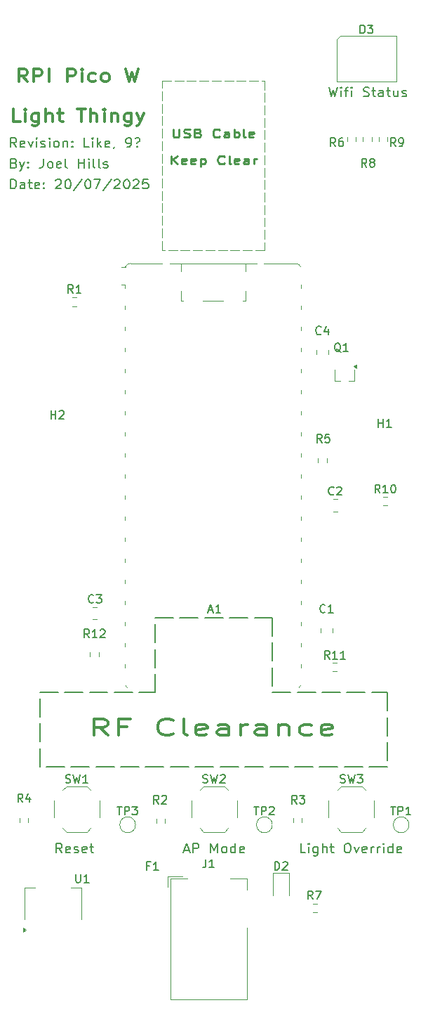
<source format=gbr>
%TF.GenerationSoftware,KiCad,Pcbnew,9.0.3*%
%TF.CreationDate,2025-07-21T12:15:01+10:00*%
%TF.ProjectId,light_control_sched,6c696768-745f-4636-9f6e-74726f6c5f73,rev?*%
%TF.SameCoordinates,Original*%
%TF.FileFunction,Legend,Top*%
%TF.FilePolarity,Positive*%
%FSLAX46Y46*%
G04 Gerber Fmt 4.6, Leading zero omitted, Abs format (unit mm)*
G04 Created by KiCad (PCBNEW 9.0.3) date 2025-07-21 12:15:01*
%MOMM*%
%LPD*%
G01*
G04 APERTURE LIST*
%ADD10C,0.200000*%
%ADD11C,0.100000*%
%ADD12C,0.300000*%
%ADD13C,0.150000*%
%ADD14C,0.250000*%
%ADD15C,0.120000*%
G04 APERTURE END LIST*
D10*
X124394239Y-113035709D02*
X126594238Y-113037532D01*
X127394238Y-113038195D02*
X129594237Y-113040019D01*
X130394237Y-113040682D02*
X132594236Y-113042505D01*
X133394236Y-113043168D02*
X135594235Y-113044991D01*
X136394235Y-113045654D02*
X138303039Y-113047235D01*
X138303039Y-113047236D02*
X138304615Y-110847237D01*
X138305189Y-110047237D02*
X138306765Y-107847237D01*
X138307338Y-107047238D02*
X138308915Y-104847238D01*
X138309488Y-104047238D02*
X138309488Y-104046096D01*
X138309489Y-104046096D02*
X140509488Y-104047600D01*
X141309488Y-104048147D02*
X143509488Y-104049651D01*
X144309488Y-104050198D02*
X146509487Y-104051702D01*
X147309487Y-104052249D02*
X149509486Y-104053753D01*
X150309486Y-104054300D02*
X152461049Y-104055770D01*
X152461049Y-104055771D02*
X152461836Y-106255771D01*
X152462123Y-107055771D02*
X152462910Y-109255771D01*
X152463196Y-110055771D02*
X152463984Y-112255770D01*
X152464270Y-113055770D02*
X152464273Y-113066586D01*
X152464274Y-113066586D02*
X154664274Y-113067608D01*
X155464274Y-113067980D02*
X157664273Y-113069002D01*
X158464273Y-113069374D02*
X160664273Y-113070396D01*
X161464273Y-113070768D02*
X163664273Y-113071790D01*
X164464273Y-113072162D02*
X166344928Y-113073035D01*
X166344928Y-113073036D02*
X166348107Y-115273034D01*
X166349263Y-116073033D02*
X166352442Y-118273031D01*
X166353598Y-119073030D02*
X166356777Y-121273027D01*
X166357828Y-122000000D02*
X164157828Y-122000000D01*
X163357828Y-122000000D02*
X161157828Y-122000000D01*
X160357828Y-122000000D02*
X158157828Y-122000000D01*
X157357828Y-122000000D02*
X155157828Y-122000000D01*
X154357828Y-122000000D02*
X152157828Y-122000000D01*
X151357828Y-122000000D02*
X149157828Y-122000000D01*
X148357828Y-122000000D02*
X146157828Y-122000000D01*
X145357828Y-122000000D02*
X143157828Y-122000000D01*
X142357828Y-122000000D02*
X140157828Y-122000000D01*
X139357828Y-122000000D02*
X137157828Y-122000000D01*
X136357828Y-122000000D02*
X134157828Y-122000000D01*
X133357828Y-122000000D02*
X131157828Y-122000000D01*
X130357828Y-122000000D02*
X128157828Y-122000000D01*
X127357828Y-122000000D02*
X125157828Y-122000000D01*
X124415935Y-122000000D02*
X124410610Y-119800006D01*
X124408674Y-119000009D02*
X124403350Y-116800015D01*
X124401413Y-116000018D02*
X124396089Y-113800024D01*
D11*
X139157066Y-39342711D02*
X140257066Y-39342711D01*
X140657066Y-39342711D02*
X141757066Y-39342711D01*
X142157066Y-39342711D02*
X143257066Y-39342711D01*
X143657066Y-39342711D02*
X144757066Y-39342711D01*
X145157066Y-39342711D02*
X146257066Y-39342711D01*
X146657066Y-39342711D02*
X147757066Y-39342711D01*
X148157066Y-39342711D02*
X149257066Y-39342711D01*
X149657066Y-39342711D02*
X150757066Y-39342711D01*
X151157066Y-39342711D02*
X151498842Y-39342711D01*
X151498842Y-39342711D02*
X151498842Y-40442711D01*
X151498842Y-40842711D02*
X151498842Y-41942711D01*
X151498842Y-42342711D02*
X151498842Y-43442711D01*
X151498842Y-43842711D02*
X151498842Y-44942711D01*
X151498842Y-45342711D02*
X151498842Y-46442711D01*
X151498842Y-46842711D02*
X151498842Y-47942711D01*
X151498842Y-48342711D02*
X151498842Y-49442711D01*
X151498842Y-49842711D02*
X151498842Y-50942711D01*
X151498842Y-51342711D02*
X151498842Y-52442711D01*
X151498842Y-52842711D02*
X151498842Y-53942711D01*
X151498842Y-54342711D02*
X151498842Y-55442711D01*
X151498842Y-55842711D02*
X151498842Y-56942711D01*
X151498842Y-57342711D02*
X151498842Y-58442711D01*
X151498842Y-58842711D02*
X151498842Y-59741309D01*
X151498842Y-59741309D02*
X150398842Y-59741309D01*
X149998842Y-59741309D02*
X148898842Y-59741309D01*
X148498842Y-59741309D02*
X147398842Y-59741309D01*
X146998842Y-59741309D02*
X145898842Y-59741309D01*
X145498842Y-59741309D02*
X144398842Y-59741309D01*
X143998842Y-59741309D02*
X142898842Y-59741309D01*
X142498842Y-59741309D02*
X141398842Y-59741309D01*
X140998842Y-59741309D02*
X139898842Y-59741309D01*
X139498842Y-59741309D02*
X139157066Y-59741309D01*
X139157066Y-59741309D02*
X139157066Y-58641309D01*
X139157066Y-58241309D02*
X139157066Y-57141309D01*
X139157066Y-56741309D02*
X139157066Y-55641309D01*
X139157066Y-55241309D02*
X139157066Y-54141309D01*
X139157066Y-53741309D02*
X139157066Y-52641309D01*
X139157066Y-52241309D02*
X139157066Y-51141309D01*
X139157066Y-50741309D02*
X139157066Y-49641309D01*
X139157066Y-49241309D02*
X139157066Y-48141309D01*
X139157066Y-47741309D02*
X139157066Y-46641309D01*
X139157066Y-46241309D02*
X139157066Y-45141309D01*
X139157066Y-44741309D02*
X139157066Y-43641309D01*
X139157066Y-43241309D02*
X139157066Y-42141309D01*
X139157066Y-41741309D02*
X139157066Y-40641309D01*
X139157066Y-40241309D02*
X139157066Y-39342711D01*
D12*
X132625939Y-118239638D02*
X131625939Y-117287257D01*
X130911653Y-118239638D02*
X130911653Y-116239638D01*
X130911653Y-116239638D02*
X132054510Y-116239638D01*
X132054510Y-116239638D02*
X132340225Y-116334876D01*
X132340225Y-116334876D02*
X132483082Y-116430114D01*
X132483082Y-116430114D02*
X132625939Y-116620590D01*
X132625939Y-116620590D02*
X132625939Y-116906304D01*
X132625939Y-116906304D02*
X132483082Y-117096780D01*
X132483082Y-117096780D02*
X132340225Y-117192019D01*
X132340225Y-117192019D02*
X132054510Y-117287257D01*
X132054510Y-117287257D02*
X130911653Y-117287257D01*
X134911653Y-117192019D02*
X133911653Y-117192019D01*
X133911653Y-118239638D02*
X133911653Y-116239638D01*
X133911653Y-116239638D02*
X135340225Y-116239638D01*
X140483082Y-118049161D02*
X140340225Y-118144400D01*
X140340225Y-118144400D02*
X139911653Y-118239638D01*
X139911653Y-118239638D02*
X139625939Y-118239638D01*
X139625939Y-118239638D02*
X139197368Y-118144400D01*
X139197368Y-118144400D02*
X138911653Y-117953923D01*
X138911653Y-117953923D02*
X138768796Y-117763447D01*
X138768796Y-117763447D02*
X138625939Y-117382495D01*
X138625939Y-117382495D02*
X138625939Y-117096780D01*
X138625939Y-117096780D02*
X138768796Y-116715828D01*
X138768796Y-116715828D02*
X138911653Y-116525352D01*
X138911653Y-116525352D02*
X139197368Y-116334876D01*
X139197368Y-116334876D02*
X139625939Y-116239638D01*
X139625939Y-116239638D02*
X139911653Y-116239638D01*
X139911653Y-116239638D02*
X140340225Y-116334876D01*
X140340225Y-116334876D02*
X140483082Y-116430114D01*
X142197368Y-118239638D02*
X141911653Y-118144400D01*
X141911653Y-118144400D02*
X141768796Y-117953923D01*
X141768796Y-117953923D02*
X141768796Y-116239638D01*
X144483082Y-118144400D02*
X144197368Y-118239638D01*
X144197368Y-118239638D02*
X143625940Y-118239638D01*
X143625940Y-118239638D02*
X143340225Y-118144400D01*
X143340225Y-118144400D02*
X143197368Y-117953923D01*
X143197368Y-117953923D02*
X143197368Y-117192019D01*
X143197368Y-117192019D02*
X143340225Y-117001542D01*
X143340225Y-117001542D02*
X143625940Y-116906304D01*
X143625940Y-116906304D02*
X144197368Y-116906304D01*
X144197368Y-116906304D02*
X144483082Y-117001542D01*
X144483082Y-117001542D02*
X144625940Y-117192019D01*
X144625940Y-117192019D02*
X144625940Y-117382495D01*
X144625940Y-117382495D02*
X143197368Y-117572971D01*
X147197369Y-118239638D02*
X147197369Y-117192019D01*
X147197369Y-117192019D02*
X147054511Y-117001542D01*
X147054511Y-117001542D02*
X146768797Y-116906304D01*
X146768797Y-116906304D02*
X146197369Y-116906304D01*
X146197369Y-116906304D02*
X145911654Y-117001542D01*
X147197369Y-118144400D02*
X146911654Y-118239638D01*
X146911654Y-118239638D02*
X146197369Y-118239638D01*
X146197369Y-118239638D02*
X145911654Y-118144400D01*
X145911654Y-118144400D02*
X145768797Y-117953923D01*
X145768797Y-117953923D02*
X145768797Y-117763447D01*
X145768797Y-117763447D02*
X145911654Y-117572971D01*
X145911654Y-117572971D02*
X146197369Y-117477733D01*
X146197369Y-117477733D02*
X146911654Y-117477733D01*
X146911654Y-117477733D02*
X147197369Y-117382495D01*
X148625940Y-118239638D02*
X148625940Y-116906304D01*
X148625940Y-117287257D02*
X148768797Y-117096780D01*
X148768797Y-117096780D02*
X148911655Y-117001542D01*
X148911655Y-117001542D02*
X149197369Y-116906304D01*
X149197369Y-116906304D02*
X149483083Y-116906304D01*
X151768798Y-118239638D02*
X151768798Y-117192019D01*
X151768798Y-117192019D02*
X151625940Y-117001542D01*
X151625940Y-117001542D02*
X151340226Y-116906304D01*
X151340226Y-116906304D02*
X150768798Y-116906304D01*
X150768798Y-116906304D02*
X150483083Y-117001542D01*
X151768798Y-118144400D02*
X151483083Y-118239638D01*
X151483083Y-118239638D02*
X150768798Y-118239638D01*
X150768798Y-118239638D02*
X150483083Y-118144400D01*
X150483083Y-118144400D02*
X150340226Y-117953923D01*
X150340226Y-117953923D02*
X150340226Y-117763447D01*
X150340226Y-117763447D02*
X150483083Y-117572971D01*
X150483083Y-117572971D02*
X150768798Y-117477733D01*
X150768798Y-117477733D02*
X151483083Y-117477733D01*
X151483083Y-117477733D02*
X151768798Y-117382495D01*
X153197369Y-116906304D02*
X153197369Y-118239638D01*
X153197369Y-117096780D02*
X153340226Y-117001542D01*
X153340226Y-117001542D02*
X153625941Y-116906304D01*
X153625941Y-116906304D02*
X154054512Y-116906304D01*
X154054512Y-116906304D02*
X154340226Y-117001542D01*
X154340226Y-117001542D02*
X154483084Y-117192019D01*
X154483084Y-117192019D02*
X154483084Y-118239638D01*
X157197370Y-118144400D02*
X156911655Y-118239638D01*
X156911655Y-118239638D02*
X156340227Y-118239638D01*
X156340227Y-118239638D02*
X156054512Y-118144400D01*
X156054512Y-118144400D02*
X155911655Y-118049161D01*
X155911655Y-118049161D02*
X155768798Y-117858685D01*
X155768798Y-117858685D02*
X155768798Y-117287257D01*
X155768798Y-117287257D02*
X155911655Y-117096780D01*
X155911655Y-117096780D02*
X156054512Y-117001542D01*
X156054512Y-117001542D02*
X156340227Y-116906304D01*
X156340227Y-116906304D02*
X156911655Y-116906304D01*
X156911655Y-116906304D02*
X157197370Y-117001542D01*
X159625941Y-118144400D02*
X159340227Y-118239638D01*
X159340227Y-118239638D02*
X158768799Y-118239638D01*
X158768799Y-118239638D02*
X158483084Y-118144400D01*
X158483084Y-118144400D02*
X158340227Y-117953923D01*
X158340227Y-117953923D02*
X158340227Y-117192019D01*
X158340227Y-117192019D02*
X158483084Y-117001542D01*
X158483084Y-117001542D02*
X158768799Y-116906304D01*
X158768799Y-116906304D02*
X159340227Y-116906304D01*
X159340227Y-116906304D02*
X159625941Y-117001542D01*
X159625941Y-117001542D02*
X159768799Y-117192019D01*
X159768799Y-117192019D02*
X159768799Y-117382495D01*
X159768799Y-117382495D02*
X158340227Y-117572971D01*
D13*
X121284398Y-49281390D02*
X121455826Y-49333771D01*
X121455826Y-49333771D02*
X121512969Y-49386152D01*
X121512969Y-49386152D02*
X121570112Y-49490914D01*
X121570112Y-49490914D02*
X121570112Y-49648057D01*
X121570112Y-49648057D02*
X121512969Y-49752819D01*
X121512969Y-49752819D02*
X121455826Y-49805200D01*
X121455826Y-49805200D02*
X121341541Y-49857580D01*
X121341541Y-49857580D02*
X120884398Y-49857580D01*
X120884398Y-49857580D02*
X120884398Y-48757580D01*
X120884398Y-48757580D02*
X121284398Y-48757580D01*
X121284398Y-48757580D02*
X121398684Y-48809961D01*
X121398684Y-48809961D02*
X121455826Y-48862342D01*
X121455826Y-48862342D02*
X121512969Y-48967104D01*
X121512969Y-48967104D02*
X121512969Y-49071866D01*
X121512969Y-49071866D02*
X121455826Y-49176628D01*
X121455826Y-49176628D02*
X121398684Y-49229009D01*
X121398684Y-49229009D02*
X121284398Y-49281390D01*
X121284398Y-49281390D02*
X120884398Y-49281390D01*
X121970112Y-49124247D02*
X122255826Y-49857580D01*
X122541541Y-49124247D02*
X122255826Y-49857580D01*
X122255826Y-49857580D02*
X122141541Y-50119485D01*
X122141541Y-50119485D02*
X122084398Y-50171866D01*
X122084398Y-50171866D02*
X121970112Y-50224247D01*
X122998684Y-49752819D02*
X123055827Y-49805200D01*
X123055827Y-49805200D02*
X122998684Y-49857580D01*
X122998684Y-49857580D02*
X122941541Y-49805200D01*
X122941541Y-49805200D02*
X122998684Y-49752819D01*
X122998684Y-49752819D02*
X122998684Y-49857580D01*
X122998684Y-49176628D02*
X123055827Y-49229009D01*
X123055827Y-49229009D02*
X122998684Y-49281390D01*
X122998684Y-49281390D02*
X122941541Y-49229009D01*
X122941541Y-49229009D02*
X122998684Y-49176628D01*
X122998684Y-49176628D02*
X122998684Y-49281390D01*
X124827256Y-48757580D02*
X124827256Y-49543295D01*
X124827256Y-49543295D02*
X124770113Y-49700438D01*
X124770113Y-49700438D02*
X124655827Y-49805200D01*
X124655827Y-49805200D02*
X124484399Y-49857580D01*
X124484399Y-49857580D02*
X124370113Y-49857580D01*
X125570113Y-49857580D02*
X125455828Y-49805200D01*
X125455828Y-49805200D02*
X125398685Y-49752819D01*
X125398685Y-49752819D02*
X125341542Y-49648057D01*
X125341542Y-49648057D02*
X125341542Y-49333771D01*
X125341542Y-49333771D02*
X125398685Y-49229009D01*
X125398685Y-49229009D02*
X125455828Y-49176628D01*
X125455828Y-49176628D02*
X125570113Y-49124247D01*
X125570113Y-49124247D02*
X125741542Y-49124247D01*
X125741542Y-49124247D02*
X125855828Y-49176628D01*
X125855828Y-49176628D02*
X125912971Y-49229009D01*
X125912971Y-49229009D02*
X125970113Y-49333771D01*
X125970113Y-49333771D02*
X125970113Y-49648057D01*
X125970113Y-49648057D02*
X125912971Y-49752819D01*
X125912971Y-49752819D02*
X125855828Y-49805200D01*
X125855828Y-49805200D02*
X125741542Y-49857580D01*
X125741542Y-49857580D02*
X125570113Y-49857580D01*
X126941542Y-49805200D02*
X126827256Y-49857580D01*
X126827256Y-49857580D02*
X126598685Y-49857580D01*
X126598685Y-49857580D02*
X126484399Y-49805200D01*
X126484399Y-49805200D02*
X126427256Y-49700438D01*
X126427256Y-49700438D02*
X126427256Y-49281390D01*
X126427256Y-49281390D02*
X126484399Y-49176628D01*
X126484399Y-49176628D02*
X126598685Y-49124247D01*
X126598685Y-49124247D02*
X126827256Y-49124247D01*
X126827256Y-49124247D02*
X126941542Y-49176628D01*
X126941542Y-49176628D02*
X126998685Y-49281390D01*
X126998685Y-49281390D02*
X126998685Y-49386152D01*
X126998685Y-49386152D02*
X126427256Y-49490914D01*
X127684398Y-49857580D02*
X127570113Y-49805200D01*
X127570113Y-49805200D02*
X127512970Y-49700438D01*
X127512970Y-49700438D02*
X127512970Y-48757580D01*
X129055827Y-49857580D02*
X129055827Y-48757580D01*
X129055827Y-49281390D02*
X129741541Y-49281390D01*
X129741541Y-49857580D02*
X129741541Y-48757580D01*
X130312970Y-49857580D02*
X130312970Y-49124247D01*
X130312970Y-48757580D02*
X130255827Y-48809961D01*
X130255827Y-48809961D02*
X130312970Y-48862342D01*
X130312970Y-48862342D02*
X130370113Y-48809961D01*
X130370113Y-48809961D02*
X130312970Y-48757580D01*
X130312970Y-48757580D02*
X130312970Y-48862342D01*
X131055827Y-49857580D02*
X130941542Y-49805200D01*
X130941542Y-49805200D02*
X130884399Y-49700438D01*
X130884399Y-49700438D02*
X130884399Y-48757580D01*
X131684398Y-49857580D02*
X131570113Y-49805200D01*
X131570113Y-49805200D02*
X131512970Y-49700438D01*
X131512970Y-49700438D02*
X131512970Y-48757580D01*
X132084398Y-49805200D02*
X132198684Y-49857580D01*
X132198684Y-49857580D02*
X132427255Y-49857580D01*
X132427255Y-49857580D02*
X132541541Y-49805200D01*
X132541541Y-49805200D02*
X132598684Y-49700438D01*
X132598684Y-49700438D02*
X132598684Y-49648057D01*
X132598684Y-49648057D02*
X132541541Y-49543295D01*
X132541541Y-49543295D02*
X132427255Y-49490914D01*
X132427255Y-49490914D02*
X132255827Y-49490914D01*
X132255827Y-49490914D02*
X132141541Y-49438533D01*
X132141541Y-49438533D02*
X132084398Y-49333771D01*
X132084398Y-49333771D02*
X132084398Y-49281390D01*
X132084398Y-49281390D02*
X132141541Y-49176628D01*
X132141541Y-49176628D02*
X132255827Y-49124247D01*
X132255827Y-49124247D02*
X132427255Y-49124247D01*
X132427255Y-49124247D02*
X132541541Y-49176628D01*
X121570112Y-47357580D02*
X121170112Y-46833771D01*
X120884398Y-47357580D02*
X120884398Y-46257580D01*
X120884398Y-46257580D02*
X121341541Y-46257580D01*
X121341541Y-46257580D02*
X121455826Y-46309961D01*
X121455826Y-46309961D02*
X121512969Y-46362342D01*
X121512969Y-46362342D02*
X121570112Y-46467104D01*
X121570112Y-46467104D02*
X121570112Y-46624247D01*
X121570112Y-46624247D02*
X121512969Y-46729009D01*
X121512969Y-46729009D02*
X121455826Y-46781390D01*
X121455826Y-46781390D02*
X121341541Y-46833771D01*
X121341541Y-46833771D02*
X120884398Y-46833771D01*
X122541541Y-47305200D02*
X122427255Y-47357580D01*
X122427255Y-47357580D02*
X122198684Y-47357580D01*
X122198684Y-47357580D02*
X122084398Y-47305200D01*
X122084398Y-47305200D02*
X122027255Y-47200438D01*
X122027255Y-47200438D02*
X122027255Y-46781390D01*
X122027255Y-46781390D02*
X122084398Y-46676628D01*
X122084398Y-46676628D02*
X122198684Y-46624247D01*
X122198684Y-46624247D02*
X122427255Y-46624247D01*
X122427255Y-46624247D02*
X122541541Y-46676628D01*
X122541541Y-46676628D02*
X122598684Y-46781390D01*
X122598684Y-46781390D02*
X122598684Y-46886152D01*
X122598684Y-46886152D02*
X122027255Y-46990914D01*
X122998683Y-46624247D02*
X123284397Y-47357580D01*
X123284397Y-47357580D02*
X123570112Y-46624247D01*
X124027255Y-47357580D02*
X124027255Y-46624247D01*
X124027255Y-46257580D02*
X123970112Y-46309961D01*
X123970112Y-46309961D02*
X124027255Y-46362342D01*
X124027255Y-46362342D02*
X124084398Y-46309961D01*
X124084398Y-46309961D02*
X124027255Y-46257580D01*
X124027255Y-46257580D02*
X124027255Y-46362342D01*
X124541541Y-47305200D02*
X124655827Y-47357580D01*
X124655827Y-47357580D02*
X124884398Y-47357580D01*
X124884398Y-47357580D02*
X124998684Y-47305200D01*
X124998684Y-47305200D02*
X125055827Y-47200438D01*
X125055827Y-47200438D02*
X125055827Y-47148057D01*
X125055827Y-47148057D02*
X124998684Y-47043295D01*
X124998684Y-47043295D02*
X124884398Y-46990914D01*
X124884398Y-46990914D02*
X124712970Y-46990914D01*
X124712970Y-46990914D02*
X124598684Y-46938533D01*
X124598684Y-46938533D02*
X124541541Y-46833771D01*
X124541541Y-46833771D02*
X124541541Y-46781390D01*
X124541541Y-46781390D02*
X124598684Y-46676628D01*
X124598684Y-46676628D02*
X124712970Y-46624247D01*
X124712970Y-46624247D02*
X124884398Y-46624247D01*
X124884398Y-46624247D02*
X124998684Y-46676628D01*
X125570113Y-47357580D02*
X125570113Y-46624247D01*
X125570113Y-46257580D02*
X125512970Y-46309961D01*
X125512970Y-46309961D02*
X125570113Y-46362342D01*
X125570113Y-46362342D02*
X125627256Y-46309961D01*
X125627256Y-46309961D02*
X125570113Y-46257580D01*
X125570113Y-46257580D02*
X125570113Y-46362342D01*
X126312970Y-47357580D02*
X126198685Y-47305200D01*
X126198685Y-47305200D02*
X126141542Y-47252819D01*
X126141542Y-47252819D02*
X126084399Y-47148057D01*
X126084399Y-47148057D02*
X126084399Y-46833771D01*
X126084399Y-46833771D02*
X126141542Y-46729009D01*
X126141542Y-46729009D02*
X126198685Y-46676628D01*
X126198685Y-46676628D02*
X126312970Y-46624247D01*
X126312970Y-46624247D02*
X126484399Y-46624247D01*
X126484399Y-46624247D02*
X126598685Y-46676628D01*
X126598685Y-46676628D02*
X126655828Y-46729009D01*
X126655828Y-46729009D02*
X126712970Y-46833771D01*
X126712970Y-46833771D02*
X126712970Y-47148057D01*
X126712970Y-47148057D02*
X126655828Y-47252819D01*
X126655828Y-47252819D02*
X126598685Y-47305200D01*
X126598685Y-47305200D02*
X126484399Y-47357580D01*
X126484399Y-47357580D02*
X126312970Y-47357580D01*
X127227256Y-46624247D02*
X127227256Y-47357580D01*
X127227256Y-46729009D02*
X127284399Y-46676628D01*
X127284399Y-46676628D02*
X127398684Y-46624247D01*
X127398684Y-46624247D02*
X127570113Y-46624247D01*
X127570113Y-46624247D02*
X127684399Y-46676628D01*
X127684399Y-46676628D02*
X127741542Y-46781390D01*
X127741542Y-46781390D02*
X127741542Y-47357580D01*
X128312970Y-47252819D02*
X128370113Y-47305200D01*
X128370113Y-47305200D02*
X128312970Y-47357580D01*
X128312970Y-47357580D02*
X128255827Y-47305200D01*
X128255827Y-47305200D02*
X128312970Y-47252819D01*
X128312970Y-47252819D02*
X128312970Y-47357580D01*
X128312970Y-46676628D02*
X128370113Y-46729009D01*
X128370113Y-46729009D02*
X128312970Y-46781390D01*
X128312970Y-46781390D02*
X128255827Y-46729009D01*
X128255827Y-46729009D02*
X128312970Y-46676628D01*
X128312970Y-46676628D02*
X128312970Y-46781390D01*
X130370113Y-47357580D02*
X129798685Y-47357580D01*
X129798685Y-47357580D02*
X129798685Y-46257580D01*
X130770114Y-47357580D02*
X130770114Y-46624247D01*
X130770114Y-46257580D02*
X130712971Y-46309961D01*
X130712971Y-46309961D02*
X130770114Y-46362342D01*
X130770114Y-46362342D02*
X130827257Y-46309961D01*
X130827257Y-46309961D02*
X130770114Y-46257580D01*
X130770114Y-46257580D02*
X130770114Y-46362342D01*
X131341543Y-47357580D02*
X131341543Y-46257580D01*
X131455829Y-46938533D02*
X131798686Y-47357580D01*
X131798686Y-46624247D02*
X131341543Y-47043295D01*
X132770115Y-47305200D02*
X132655829Y-47357580D01*
X132655829Y-47357580D02*
X132427258Y-47357580D01*
X132427258Y-47357580D02*
X132312972Y-47305200D01*
X132312972Y-47305200D02*
X132255829Y-47200438D01*
X132255829Y-47200438D02*
X132255829Y-46781390D01*
X132255829Y-46781390D02*
X132312972Y-46676628D01*
X132312972Y-46676628D02*
X132427258Y-46624247D01*
X132427258Y-46624247D02*
X132655829Y-46624247D01*
X132655829Y-46624247D02*
X132770115Y-46676628D01*
X132770115Y-46676628D02*
X132827258Y-46781390D01*
X132827258Y-46781390D02*
X132827258Y-46886152D01*
X132827258Y-46886152D02*
X132255829Y-46990914D01*
X133398686Y-47305200D02*
X133398686Y-47357580D01*
X133398686Y-47357580D02*
X133341543Y-47462342D01*
X133341543Y-47462342D02*
X133284400Y-47514723D01*
X134884401Y-47357580D02*
X135112972Y-47357580D01*
X135112972Y-47357580D02*
X135227258Y-47305200D01*
X135227258Y-47305200D02*
X135284401Y-47252819D01*
X135284401Y-47252819D02*
X135398686Y-47095676D01*
X135398686Y-47095676D02*
X135455829Y-46886152D01*
X135455829Y-46886152D02*
X135455829Y-46467104D01*
X135455829Y-46467104D02*
X135398686Y-46362342D01*
X135398686Y-46362342D02*
X135341544Y-46309961D01*
X135341544Y-46309961D02*
X135227258Y-46257580D01*
X135227258Y-46257580D02*
X134998686Y-46257580D01*
X134998686Y-46257580D02*
X134884401Y-46309961D01*
X134884401Y-46309961D02*
X134827258Y-46362342D01*
X134827258Y-46362342D02*
X134770115Y-46467104D01*
X134770115Y-46467104D02*
X134770115Y-46729009D01*
X134770115Y-46729009D02*
X134827258Y-46833771D01*
X134827258Y-46833771D02*
X134884401Y-46886152D01*
X134884401Y-46886152D02*
X134998686Y-46938533D01*
X134998686Y-46938533D02*
X135227258Y-46938533D01*
X135227258Y-46938533D02*
X135341544Y-46886152D01*
X135341544Y-46886152D02*
X135398686Y-46833771D01*
X135398686Y-46833771D02*
X135455829Y-46729009D01*
X136141543Y-47252819D02*
X136198686Y-47305200D01*
X136198686Y-47305200D02*
X136141543Y-47357580D01*
X136141543Y-47357580D02*
X136084401Y-47305200D01*
X136084401Y-47305200D02*
X136141543Y-47252819D01*
X136141543Y-47252819D02*
X136141543Y-47357580D01*
X135912972Y-46309961D02*
X136027258Y-46257580D01*
X136027258Y-46257580D02*
X136312972Y-46257580D01*
X136312972Y-46257580D02*
X136427258Y-46309961D01*
X136427258Y-46309961D02*
X136484401Y-46414723D01*
X136484401Y-46414723D02*
X136484401Y-46519485D01*
X136484401Y-46519485D02*
X136427258Y-46624247D01*
X136427258Y-46624247D02*
X136370115Y-46676628D01*
X136370115Y-46676628D02*
X136255829Y-46729009D01*
X136255829Y-46729009D02*
X136198686Y-46781390D01*
X136198686Y-46781390D02*
X136141543Y-46886152D01*
X136141543Y-46886152D02*
X136141543Y-46938533D01*
X127070112Y-132357580D02*
X126670112Y-131833771D01*
X126384398Y-132357580D02*
X126384398Y-131257580D01*
X126384398Y-131257580D02*
X126841541Y-131257580D01*
X126841541Y-131257580D02*
X126955826Y-131309961D01*
X126955826Y-131309961D02*
X127012969Y-131362342D01*
X127012969Y-131362342D02*
X127070112Y-131467104D01*
X127070112Y-131467104D02*
X127070112Y-131624247D01*
X127070112Y-131624247D02*
X127012969Y-131729009D01*
X127012969Y-131729009D02*
X126955826Y-131781390D01*
X126955826Y-131781390D02*
X126841541Y-131833771D01*
X126841541Y-131833771D02*
X126384398Y-131833771D01*
X128041541Y-132305200D02*
X127927255Y-132357580D01*
X127927255Y-132357580D02*
X127698684Y-132357580D01*
X127698684Y-132357580D02*
X127584398Y-132305200D01*
X127584398Y-132305200D02*
X127527255Y-132200438D01*
X127527255Y-132200438D02*
X127527255Y-131781390D01*
X127527255Y-131781390D02*
X127584398Y-131676628D01*
X127584398Y-131676628D02*
X127698684Y-131624247D01*
X127698684Y-131624247D02*
X127927255Y-131624247D01*
X127927255Y-131624247D02*
X128041541Y-131676628D01*
X128041541Y-131676628D02*
X128098684Y-131781390D01*
X128098684Y-131781390D02*
X128098684Y-131886152D01*
X128098684Y-131886152D02*
X127527255Y-131990914D01*
X128555826Y-132305200D02*
X128670112Y-132357580D01*
X128670112Y-132357580D02*
X128898683Y-132357580D01*
X128898683Y-132357580D02*
X129012969Y-132305200D01*
X129012969Y-132305200D02*
X129070112Y-132200438D01*
X129070112Y-132200438D02*
X129070112Y-132148057D01*
X129070112Y-132148057D02*
X129012969Y-132043295D01*
X129012969Y-132043295D02*
X128898683Y-131990914D01*
X128898683Y-131990914D02*
X128727255Y-131990914D01*
X128727255Y-131990914D02*
X128612969Y-131938533D01*
X128612969Y-131938533D02*
X128555826Y-131833771D01*
X128555826Y-131833771D02*
X128555826Y-131781390D01*
X128555826Y-131781390D02*
X128612969Y-131676628D01*
X128612969Y-131676628D02*
X128727255Y-131624247D01*
X128727255Y-131624247D02*
X128898683Y-131624247D01*
X128898683Y-131624247D02*
X129012969Y-131676628D01*
X130041541Y-132305200D02*
X129927255Y-132357580D01*
X129927255Y-132357580D02*
X129698684Y-132357580D01*
X129698684Y-132357580D02*
X129584398Y-132305200D01*
X129584398Y-132305200D02*
X129527255Y-132200438D01*
X129527255Y-132200438D02*
X129527255Y-131781390D01*
X129527255Y-131781390D02*
X129584398Y-131676628D01*
X129584398Y-131676628D02*
X129698684Y-131624247D01*
X129698684Y-131624247D02*
X129927255Y-131624247D01*
X129927255Y-131624247D02*
X130041541Y-131676628D01*
X130041541Y-131676628D02*
X130098684Y-131781390D01*
X130098684Y-131781390D02*
X130098684Y-131886152D01*
X130098684Y-131886152D02*
X129527255Y-131990914D01*
X130441540Y-131624247D02*
X130898683Y-131624247D01*
X130612969Y-131257580D02*
X130612969Y-132200438D01*
X130612969Y-132200438D02*
X130670112Y-132305200D01*
X130670112Y-132305200D02*
X130784397Y-132357580D01*
X130784397Y-132357580D02*
X130898683Y-132357580D01*
X156455826Y-132357580D02*
X155884398Y-132357580D01*
X155884398Y-132357580D02*
X155884398Y-131257580D01*
X156855827Y-132357580D02*
X156855827Y-131624247D01*
X156855827Y-131257580D02*
X156798684Y-131309961D01*
X156798684Y-131309961D02*
X156855827Y-131362342D01*
X156855827Y-131362342D02*
X156912970Y-131309961D01*
X156912970Y-131309961D02*
X156855827Y-131257580D01*
X156855827Y-131257580D02*
X156855827Y-131362342D01*
X157941542Y-131624247D02*
X157941542Y-132514723D01*
X157941542Y-132514723D02*
X157884399Y-132619485D01*
X157884399Y-132619485D02*
X157827256Y-132671866D01*
X157827256Y-132671866D02*
X157712970Y-132724247D01*
X157712970Y-132724247D02*
X157541542Y-132724247D01*
X157541542Y-132724247D02*
X157427256Y-132671866D01*
X157941542Y-132305200D02*
X157827256Y-132357580D01*
X157827256Y-132357580D02*
X157598684Y-132357580D01*
X157598684Y-132357580D02*
X157484399Y-132305200D01*
X157484399Y-132305200D02*
X157427256Y-132252819D01*
X157427256Y-132252819D02*
X157370113Y-132148057D01*
X157370113Y-132148057D02*
X157370113Y-131833771D01*
X157370113Y-131833771D02*
X157427256Y-131729009D01*
X157427256Y-131729009D02*
X157484399Y-131676628D01*
X157484399Y-131676628D02*
X157598684Y-131624247D01*
X157598684Y-131624247D02*
X157827256Y-131624247D01*
X157827256Y-131624247D02*
X157941542Y-131676628D01*
X158512970Y-132357580D02*
X158512970Y-131257580D01*
X159027256Y-132357580D02*
X159027256Y-131781390D01*
X159027256Y-131781390D02*
X158970113Y-131676628D01*
X158970113Y-131676628D02*
X158855827Y-131624247D01*
X158855827Y-131624247D02*
X158684398Y-131624247D01*
X158684398Y-131624247D02*
X158570113Y-131676628D01*
X158570113Y-131676628D02*
X158512970Y-131729009D01*
X159427255Y-131624247D02*
X159884398Y-131624247D01*
X159598684Y-131257580D02*
X159598684Y-132200438D01*
X159598684Y-132200438D02*
X159655827Y-132305200D01*
X159655827Y-132305200D02*
X159770112Y-132357580D01*
X159770112Y-132357580D02*
X159884398Y-132357580D01*
X161427255Y-131257580D02*
X161655827Y-131257580D01*
X161655827Y-131257580D02*
X161770112Y-131309961D01*
X161770112Y-131309961D02*
X161884398Y-131414723D01*
X161884398Y-131414723D02*
X161941541Y-131624247D01*
X161941541Y-131624247D02*
X161941541Y-131990914D01*
X161941541Y-131990914D02*
X161884398Y-132200438D01*
X161884398Y-132200438D02*
X161770112Y-132305200D01*
X161770112Y-132305200D02*
X161655827Y-132357580D01*
X161655827Y-132357580D02*
X161427255Y-132357580D01*
X161427255Y-132357580D02*
X161312970Y-132305200D01*
X161312970Y-132305200D02*
X161198684Y-132200438D01*
X161198684Y-132200438D02*
X161141541Y-131990914D01*
X161141541Y-131990914D02*
X161141541Y-131624247D01*
X161141541Y-131624247D02*
X161198684Y-131414723D01*
X161198684Y-131414723D02*
X161312970Y-131309961D01*
X161312970Y-131309961D02*
X161427255Y-131257580D01*
X162341541Y-131624247D02*
X162627255Y-132357580D01*
X162627255Y-132357580D02*
X162912970Y-131624247D01*
X163827256Y-132305200D02*
X163712970Y-132357580D01*
X163712970Y-132357580D02*
X163484399Y-132357580D01*
X163484399Y-132357580D02*
X163370113Y-132305200D01*
X163370113Y-132305200D02*
X163312970Y-132200438D01*
X163312970Y-132200438D02*
X163312970Y-131781390D01*
X163312970Y-131781390D02*
X163370113Y-131676628D01*
X163370113Y-131676628D02*
X163484399Y-131624247D01*
X163484399Y-131624247D02*
X163712970Y-131624247D01*
X163712970Y-131624247D02*
X163827256Y-131676628D01*
X163827256Y-131676628D02*
X163884399Y-131781390D01*
X163884399Y-131781390D02*
X163884399Y-131886152D01*
X163884399Y-131886152D02*
X163312970Y-131990914D01*
X164398684Y-132357580D02*
X164398684Y-131624247D01*
X164398684Y-131833771D02*
X164455827Y-131729009D01*
X164455827Y-131729009D02*
X164512970Y-131676628D01*
X164512970Y-131676628D02*
X164627255Y-131624247D01*
X164627255Y-131624247D02*
X164741541Y-131624247D01*
X165141541Y-132357580D02*
X165141541Y-131624247D01*
X165141541Y-131833771D02*
X165198684Y-131729009D01*
X165198684Y-131729009D02*
X165255827Y-131676628D01*
X165255827Y-131676628D02*
X165370112Y-131624247D01*
X165370112Y-131624247D02*
X165484398Y-131624247D01*
X165884398Y-132357580D02*
X165884398Y-131624247D01*
X165884398Y-131257580D02*
X165827255Y-131309961D01*
X165827255Y-131309961D02*
X165884398Y-131362342D01*
X165884398Y-131362342D02*
X165941541Y-131309961D01*
X165941541Y-131309961D02*
X165884398Y-131257580D01*
X165884398Y-131257580D02*
X165884398Y-131362342D01*
X166970113Y-132357580D02*
X166970113Y-131257580D01*
X166970113Y-132305200D02*
X166855827Y-132357580D01*
X166855827Y-132357580D02*
X166627255Y-132357580D01*
X166627255Y-132357580D02*
X166512970Y-132305200D01*
X166512970Y-132305200D02*
X166455827Y-132252819D01*
X166455827Y-132252819D02*
X166398684Y-132148057D01*
X166398684Y-132148057D02*
X166398684Y-131833771D01*
X166398684Y-131833771D02*
X166455827Y-131729009D01*
X166455827Y-131729009D02*
X166512970Y-131676628D01*
X166512970Y-131676628D02*
X166627255Y-131624247D01*
X166627255Y-131624247D02*
X166855827Y-131624247D01*
X166855827Y-131624247D02*
X166970113Y-131676628D01*
X167998684Y-132305200D02*
X167884398Y-132357580D01*
X167884398Y-132357580D02*
X167655827Y-132357580D01*
X167655827Y-132357580D02*
X167541541Y-132305200D01*
X167541541Y-132305200D02*
X167484398Y-132200438D01*
X167484398Y-132200438D02*
X167484398Y-131781390D01*
X167484398Y-131781390D02*
X167541541Y-131676628D01*
X167541541Y-131676628D02*
X167655827Y-131624247D01*
X167655827Y-131624247D02*
X167884398Y-131624247D01*
X167884398Y-131624247D02*
X167998684Y-131676628D01*
X167998684Y-131676628D02*
X168055827Y-131781390D01*
X168055827Y-131781390D02*
X168055827Y-131886152D01*
X168055827Y-131886152D02*
X167484398Y-131990914D01*
X141827255Y-132043295D02*
X142398684Y-132043295D01*
X141712969Y-132357580D02*
X142112969Y-131257580D01*
X142112969Y-131257580D02*
X142512969Y-132357580D01*
X142912969Y-132357580D02*
X142912969Y-131257580D01*
X142912969Y-131257580D02*
X143370112Y-131257580D01*
X143370112Y-131257580D02*
X143484397Y-131309961D01*
X143484397Y-131309961D02*
X143541540Y-131362342D01*
X143541540Y-131362342D02*
X143598683Y-131467104D01*
X143598683Y-131467104D02*
X143598683Y-131624247D01*
X143598683Y-131624247D02*
X143541540Y-131729009D01*
X143541540Y-131729009D02*
X143484397Y-131781390D01*
X143484397Y-131781390D02*
X143370112Y-131833771D01*
X143370112Y-131833771D02*
X142912969Y-131833771D01*
X145027255Y-132357580D02*
X145027255Y-131257580D01*
X145027255Y-131257580D02*
X145427255Y-132043295D01*
X145427255Y-132043295D02*
X145827255Y-131257580D01*
X145827255Y-131257580D02*
X145827255Y-132357580D01*
X146570112Y-132357580D02*
X146455827Y-132305200D01*
X146455827Y-132305200D02*
X146398684Y-132252819D01*
X146398684Y-132252819D02*
X146341541Y-132148057D01*
X146341541Y-132148057D02*
X146341541Y-131833771D01*
X146341541Y-131833771D02*
X146398684Y-131729009D01*
X146398684Y-131729009D02*
X146455827Y-131676628D01*
X146455827Y-131676628D02*
X146570112Y-131624247D01*
X146570112Y-131624247D02*
X146741541Y-131624247D01*
X146741541Y-131624247D02*
X146855827Y-131676628D01*
X146855827Y-131676628D02*
X146912970Y-131729009D01*
X146912970Y-131729009D02*
X146970112Y-131833771D01*
X146970112Y-131833771D02*
X146970112Y-132148057D01*
X146970112Y-132148057D02*
X146912970Y-132252819D01*
X146912970Y-132252819D02*
X146855827Y-132305200D01*
X146855827Y-132305200D02*
X146741541Y-132357580D01*
X146741541Y-132357580D02*
X146570112Y-132357580D01*
X147998684Y-132357580D02*
X147998684Y-131257580D01*
X147998684Y-132305200D02*
X147884398Y-132357580D01*
X147884398Y-132357580D02*
X147655826Y-132357580D01*
X147655826Y-132357580D02*
X147541541Y-132305200D01*
X147541541Y-132305200D02*
X147484398Y-132252819D01*
X147484398Y-132252819D02*
X147427255Y-132148057D01*
X147427255Y-132148057D02*
X147427255Y-131833771D01*
X147427255Y-131833771D02*
X147484398Y-131729009D01*
X147484398Y-131729009D02*
X147541541Y-131676628D01*
X147541541Y-131676628D02*
X147655826Y-131624247D01*
X147655826Y-131624247D02*
X147884398Y-131624247D01*
X147884398Y-131624247D02*
X147998684Y-131676628D01*
X149027255Y-132305200D02*
X148912969Y-132357580D01*
X148912969Y-132357580D02*
X148684398Y-132357580D01*
X148684398Y-132357580D02*
X148570112Y-132305200D01*
X148570112Y-132305200D02*
X148512969Y-132200438D01*
X148512969Y-132200438D02*
X148512969Y-131781390D01*
X148512969Y-131781390D02*
X148570112Y-131676628D01*
X148570112Y-131676628D02*
X148684398Y-131624247D01*
X148684398Y-131624247D02*
X148912969Y-131624247D01*
X148912969Y-131624247D02*
X149027255Y-131676628D01*
X149027255Y-131676628D02*
X149084398Y-131781390D01*
X149084398Y-131781390D02*
X149084398Y-131886152D01*
X149084398Y-131886152D02*
X148512969Y-131990914D01*
X120884398Y-52357580D02*
X120884398Y-51257580D01*
X120884398Y-51257580D02*
X121170112Y-51257580D01*
X121170112Y-51257580D02*
X121341541Y-51309961D01*
X121341541Y-51309961D02*
X121455826Y-51414723D01*
X121455826Y-51414723D02*
X121512969Y-51519485D01*
X121512969Y-51519485D02*
X121570112Y-51729009D01*
X121570112Y-51729009D02*
X121570112Y-51886152D01*
X121570112Y-51886152D02*
X121512969Y-52095676D01*
X121512969Y-52095676D02*
X121455826Y-52200438D01*
X121455826Y-52200438D02*
X121341541Y-52305200D01*
X121341541Y-52305200D02*
X121170112Y-52357580D01*
X121170112Y-52357580D02*
X120884398Y-52357580D01*
X122598684Y-52357580D02*
X122598684Y-51781390D01*
X122598684Y-51781390D02*
X122541541Y-51676628D01*
X122541541Y-51676628D02*
X122427255Y-51624247D01*
X122427255Y-51624247D02*
X122198684Y-51624247D01*
X122198684Y-51624247D02*
X122084398Y-51676628D01*
X122598684Y-52305200D02*
X122484398Y-52357580D01*
X122484398Y-52357580D02*
X122198684Y-52357580D01*
X122198684Y-52357580D02*
X122084398Y-52305200D01*
X122084398Y-52305200D02*
X122027255Y-52200438D01*
X122027255Y-52200438D02*
X122027255Y-52095676D01*
X122027255Y-52095676D02*
X122084398Y-51990914D01*
X122084398Y-51990914D02*
X122198684Y-51938533D01*
X122198684Y-51938533D02*
X122484398Y-51938533D01*
X122484398Y-51938533D02*
X122598684Y-51886152D01*
X122998683Y-51624247D02*
X123455826Y-51624247D01*
X123170112Y-51257580D02*
X123170112Y-52200438D01*
X123170112Y-52200438D02*
X123227255Y-52305200D01*
X123227255Y-52305200D02*
X123341540Y-52357580D01*
X123341540Y-52357580D02*
X123455826Y-52357580D01*
X124312969Y-52305200D02*
X124198683Y-52357580D01*
X124198683Y-52357580D02*
X123970112Y-52357580D01*
X123970112Y-52357580D02*
X123855826Y-52305200D01*
X123855826Y-52305200D02*
X123798683Y-52200438D01*
X123798683Y-52200438D02*
X123798683Y-51781390D01*
X123798683Y-51781390D02*
X123855826Y-51676628D01*
X123855826Y-51676628D02*
X123970112Y-51624247D01*
X123970112Y-51624247D02*
X124198683Y-51624247D01*
X124198683Y-51624247D02*
X124312969Y-51676628D01*
X124312969Y-51676628D02*
X124370112Y-51781390D01*
X124370112Y-51781390D02*
X124370112Y-51886152D01*
X124370112Y-51886152D02*
X123798683Y-51990914D01*
X124884397Y-52252819D02*
X124941540Y-52305200D01*
X124941540Y-52305200D02*
X124884397Y-52357580D01*
X124884397Y-52357580D02*
X124827254Y-52305200D01*
X124827254Y-52305200D02*
X124884397Y-52252819D01*
X124884397Y-52252819D02*
X124884397Y-52357580D01*
X124884397Y-51676628D02*
X124941540Y-51729009D01*
X124941540Y-51729009D02*
X124884397Y-51781390D01*
X124884397Y-51781390D02*
X124827254Y-51729009D01*
X124827254Y-51729009D02*
X124884397Y-51676628D01*
X124884397Y-51676628D02*
X124884397Y-51781390D01*
X126312969Y-51362342D02*
X126370112Y-51309961D01*
X126370112Y-51309961D02*
X126484398Y-51257580D01*
X126484398Y-51257580D02*
X126770112Y-51257580D01*
X126770112Y-51257580D02*
X126884398Y-51309961D01*
X126884398Y-51309961D02*
X126941540Y-51362342D01*
X126941540Y-51362342D02*
X126998683Y-51467104D01*
X126998683Y-51467104D02*
X126998683Y-51571866D01*
X126998683Y-51571866D02*
X126941540Y-51729009D01*
X126941540Y-51729009D02*
X126255826Y-52357580D01*
X126255826Y-52357580D02*
X126998683Y-52357580D01*
X127741540Y-51257580D02*
X127855826Y-51257580D01*
X127855826Y-51257580D02*
X127970112Y-51309961D01*
X127970112Y-51309961D02*
X128027255Y-51362342D01*
X128027255Y-51362342D02*
X128084397Y-51467104D01*
X128084397Y-51467104D02*
X128141540Y-51676628D01*
X128141540Y-51676628D02*
X128141540Y-51938533D01*
X128141540Y-51938533D02*
X128084397Y-52148057D01*
X128084397Y-52148057D02*
X128027255Y-52252819D01*
X128027255Y-52252819D02*
X127970112Y-52305200D01*
X127970112Y-52305200D02*
X127855826Y-52357580D01*
X127855826Y-52357580D02*
X127741540Y-52357580D01*
X127741540Y-52357580D02*
X127627255Y-52305200D01*
X127627255Y-52305200D02*
X127570112Y-52252819D01*
X127570112Y-52252819D02*
X127512969Y-52148057D01*
X127512969Y-52148057D02*
X127455826Y-51938533D01*
X127455826Y-51938533D02*
X127455826Y-51676628D01*
X127455826Y-51676628D02*
X127512969Y-51467104D01*
X127512969Y-51467104D02*
X127570112Y-51362342D01*
X127570112Y-51362342D02*
X127627255Y-51309961D01*
X127627255Y-51309961D02*
X127741540Y-51257580D01*
X129512969Y-51205200D02*
X128484397Y-52619485D01*
X130141540Y-51257580D02*
X130255826Y-51257580D01*
X130255826Y-51257580D02*
X130370112Y-51309961D01*
X130370112Y-51309961D02*
X130427255Y-51362342D01*
X130427255Y-51362342D02*
X130484397Y-51467104D01*
X130484397Y-51467104D02*
X130541540Y-51676628D01*
X130541540Y-51676628D02*
X130541540Y-51938533D01*
X130541540Y-51938533D02*
X130484397Y-52148057D01*
X130484397Y-52148057D02*
X130427255Y-52252819D01*
X130427255Y-52252819D02*
X130370112Y-52305200D01*
X130370112Y-52305200D02*
X130255826Y-52357580D01*
X130255826Y-52357580D02*
X130141540Y-52357580D01*
X130141540Y-52357580D02*
X130027255Y-52305200D01*
X130027255Y-52305200D02*
X129970112Y-52252819D01*
X129970112Y-52252819D02*
X129912969Y-52148057D01*
X129912969Y-52148057D02*
X129855826Y-51938533D01*
X129855826Y-51938533D02*
X129855826Y-51676628D01*
X129855826Y-51676628D02*
X129912969Y-51467104D01*
X129912969Y-51467104D02*
X129970112Y-51362342D01*
X129970112Y-51362342D02*
X130027255Y-51309961D01*
X130027255Y-51309961D02*
X130141540Y-51257580D01*
X130941540Y-51257580D02*
X131741540Y-51257580D01*
X131741540Y-51257580D02*
X131227254Y-52357580D01*
X133055826Y-51205200D02*
X132027254Y-52619485D01*
X133398683Y-51362342D02*
X133455826Y-51309961D01*
X133455826Y-51309961D02*
X133570112Y-51257580D01*
X133570112Y-51257580D02*
X133855826Y-51257580D01*
X133855826Y-51257580D02*
X133970112Y-51309961D01*
X133970112Y-51309961D02*
X134027254Y-51362342D01*
X134027254Y-51362342D02*
X134084397Y-51467104D01*
X134084397Y-51467104D02*
X134084397Y-51571866D01*
X134084397Y-51571866D02*
X134027254Y-51729009D01*
X134027254Y-51729009D02*
X133341540Y-52357580D01*
X133341540Y-52357580D02*
X134084397Y-52357580D01*
X134827254Y-51257580D02*
X134941540Y-51257580D01*
X134941540Y-51257580D02*
X135055826Y-51309961D01*
X135055826Y-51309961D02*
X135112969Y-51362342D01*
X135112969Y-51362342D02*
X135170111Y-51467104D01*
X135170111Y-51467104D02*
X135227254Y-51676628D01*
X135227254Y-51676628D02*
X135227254Y-51938533D01*
X135227254Y-51938533D02*
X135170111Y-52148057D01*
X135170111Y-52148057D02*
X135112969Y-52252819D01*
X135112969Y-52252819D02*
X135055826Y-52305200D01*
X135055826Y-52305200D02*
X134941540Y-52357580D01*
X134941540Y-52357580D02*
X134827254Y-52357580D01*
X134827254Y-52357580D02*
X134712969Y-52305200D01*
X134712969Y-52305200D02*
X134655826Y-52252819D01*
X134655826Y-52252819D02*
X134598683Y-52148057D01*
X134598683Y-52148057D02*
X134541540Y-51938533D01*
X134541540Y-51938533D02*
X134541540Y-51676628D01*
X134541540Y-51676628D02*
X134598683Y-51467104D01*
X134598683Y-51467104D02*
X134655826Y-51362342D01*
X134655826Y-51362342D02*
X134712969Y-51309961D01*
X134712969Y-51309961D02*
X134827254Y-51257580D01*
X135684397Y-51362342D02*
X135741540Y-51309961D01*
X135741540Y-51309961D02*
X135855826Y-51257580D01*
X135855826Y-51257580D02*
X136141540Y-51257580D01*
X136141540Y-51257580D02*
X136255826Y-51309961D01*
X136255826Y-51309961D02*
X136312968Y-51362342D01*
X136312968Y-51362342D02*
X136370111Y-51467104D01*
X136370111Y-51467104D02*
X136370111Y-51571866D01*
X136370111Y-51571866D02*
X136312968Y-51729009D01*
X136312968Y-51729009D02*
X135627254Y-52357580D01*
X135627254Y-52357580D02*
X136370111Y-52357580D01*
X137455825Y-51257580D02*
X136884397Y-51257580D01*
X136884397Y-51257580D02*
X136827254Y-51781390D01*
X136827254Y-51781390D02*
X136884397Y-51729009D01*
X136884397Y-51729009D02*
X136998683Y-51676628D01*
X136998683Y-51676628D02*
X137284397Y-51676628D01*
X137284397Y-51676628D02*
X137398683Y-51729009D01*
X137398683Y-51729009D02*
X137455825Y-51781390D01*
X137455825Y-51781390D02*
X137512968Y-51886152D01*
X137512968Y-51886152D02*
X137512968Y-52148057D01*
X137512968Y-52148057D02*
X137455825Y-52252819D01*
X137455825Y-52252819D02*
X137398683Y-52305200D01*
X137398683Y-52305200D02*
X137284397Y-52357580D01*
X137284397Y-52357580D02*
X136998683Y-52357580D01*
X136998683Y-52357580D02*
X136884397Y-52305200D01*
X136884397Y-52305200D02*
X136827254Y-52252819D01*
D14*
X140468430Y-45186741D02*
X140468430Y-45996264D01*
X140468430Y-45996264D02*
X140530335Y-46091502D01*
X140530335Y-46091502D02*
X140592240Y-46139122D01*
X140592240Y-46139122D02*
X140716049Y-46186741D01*
X140716049Y-46186741D02*
X140963668Y-46186741D01*
X140963668Y-46186741D02*
X141087478Y-46139122D01*
X141087478Y-46139122D02*
X141149383Y-46091502D01*
X141149383Y-46091502D02*
X141211287Y-45996264D01*
X141211287Y-45996264D02*
X141211287Y-45186741D01*
X141768431Y-46139122D02*
X141954145Y-46186741D01*
X141954145Y-46186741D02*
X142263669Y-46186741D01*
X142263669Y-46186741D02*
X142387478Y-46139122D01*
X142387478Y-46139122D02*
X142449383Y-46091502D01*
X142449383Y-46091502D02*
X142511288Y-45996264D01*
X142511288Y-45996264D02*
X142511288Y-45901026D01*
X142511288Y-45901026D02*
X142449383Y-45805788D01*
X142449383Y-45805788D02*
X142387478Y-45758169D01*
X142387478Y-45758169D02*
X142263669Y-45710550D01*
X142263669Y-45710550D02*
X142016050Y-45662931D01*
X142016050Y-45662931D02*
X141892240Y-45615312D01*
X141892240Y-45615312D02*
X141830335Y-45567693D01*
X141830335Y-45567693D02*
X141768431Y-45472455D01*
X141768431Y-45472455D02*
X141768431Y-45377217D01*
X141768431Y-45377217D02*
X141830335Y-45281979D01*
X141830335Y-45281979D02*
X141892240Y-45234360D01*
X141892240Y-45234360D02*
X142016050Y-45186741D01*
X142016050Y-45186741D02*
X142325573Y-45186741D01*
X142325573Y-45186741D02*
X142511288Y-45234360D01*
X143501764Y-45662931D02*
X143687478Y-45710550D01*
X143687478Y-45710550D02*
X143749383Y-45758169D01*
X143749383Y-45758169D02*
X143811287Y-45853407D01*
X143811287Y-45853407D02*
X143811287Y-45996264D01*
X143811287Y-45996264D02*
X143749383Y-46091502D01*
X143749383Y-46091502D02*
X143687478Y-46139122D01*
X143687478Y-46139122D02*
X143563668Y-46186741D01*
X143563668Y-46186741D02*
X143068430Y-46186741D01*
X143068430Y-46186741D02*
X143068430Y-45186741D01*
X143068430Y-45186741D02*
X143501764Y-45186741D01*
X143501764Y-45186741D02*
X143625573Y-45234360D01*
X143625573Y-45234360D02*
X143687478Y-45281979D01*
X143687478Y-45281979D02*
X143749383Y-45377217D01*
X143749383Y-45377217D02*
X143749383Y-45472455D01*
X143749383Y-45472455D02*
X143687478Y-45567693D01*
X143687478Y-45567693D02*
X143625573Y-45615312D01*
X143625573Y-45615312D02*
X143501764Y-45662931D01*
X143501764Y-45662931D02*
X143068430Y-45662931D01*
X146101763Y-46091502D02*
X146039859Y-46139122D01*
X146039859Y-46139122D02*
X145854144Y-46186741D01*
X145854144Y-46186741D02*
X145730335Y-46186741D01*
X145730335Y-46186741D02*
X145544621Y-46139122D01*
X145544621Y-46139122D02*
X145420811Y-46043883D01*
X145420811Y-46043883D02*
X145358906Y-45948645D01*
X145358906Y-45948645D02*
X145297002Y-45758169D01*
X145297002Y-45758169D02*
X145297002Y-45615312D01*
X145297002Y-45615312D02*
X145358906Y-45424836D01*
X145358906Y-45424836D02*
X145420811Y-45329598D01*
X145420811Y-45329598D02*
X145544621Y-45234360D01*
X145544621Y-45234360D02*
X145730335Y-45186741D01*
X145730335Y-45186741D02*
X145854144Y-45186741D01*
X145854144Y-45186741D02*
X146039859Y-45234360D01*
X146039859Y-45234360D02*
X146101763Y-45281979D01*
X147216049Y-46186741D02*
X147216049Y-45662931D01*
X147216049Y-45662931D02*
X147154144Y-45567693D01*
X147154144Y-45567693D02*
X147030335Y-45520074D01*
X147030335Y-45520074D02*
X146782716Y-45520074D01*
X146782716Y-45520074D02*
X146658906Y-45567693D01*
X147216049Y-46139122D02*
X147092240Y-46186741D01*
X147092240Y-46186741D02*
X146782716Y-46186741D01*
X146782716Y-46186741D02*
X146658906Y-46139122D01*
X146658906Y-46139122D02*
X146597002Y-46043883D01*
X146597002Y-46043883D02*
X146597002Y-45948645D01*
X146597002Y-45948645D02*
X146658906Y-45853407D01*
X146658906Y-45853407D02*
X146782716Y-45805788D01*
X146782716Y-45805788D02*
X147092240Y-45805788D01*
X147092240Y-45805788D02*
X147216049Y-45758169D01*
X147835096Y-46186741D02*
X147835096Y-45186741D01*
X147835096Y-45567693D02*
X147958906Y-45520074D01*
X147958906Y-45520074D02*
X148206525Y-45520074D01*
X148206525Y-45520074D02*
X148330334Y-45567693D01*
X148330334Y-45567693D02*
X148392239Y-45615312D01*
X148392239Y-45615312D02*
X148454144Y-45710550D01*
X148454144Y-45710550D02*
X148454144Y-45996264D01*
X148454144Y-45996264D02*
X148392239Y-46091502D01*
X148392239Y-46091502D02*
X148330334Y-46139122D01*
X148330334Y-46139122D02*
X148206525Y-46186741D01*
X148206525Y-46186741D02*
X147958906Y-46186741D01*
X147958906Y-46186741D02*
X147835096Y-46139122D01*
X149197001Y-46186741D02*
X149073191Y-46139122D01*
X149073191Y-46139122D02*
X149011286Y-46043883D01*
X149011286Y-46043883D02*
X149011286Y-45186741D01*
X150187476Y-46139122D02*
X150063667Y-46186741D01*
X150063667Y-46186741D02*
X149816048Y-46186741D01*
X149816048Y-46186741D02*
X149692238Y-46139122D01*
X149692238Y-46139122D02*
X149630334Y-46043883D01*
X149630334Y-46043883D02*
X149630334Y-45662931D01*
X149630334Y-45662931D02*
X149692238Y-45567693D01*
X149692238Y-45567693D02*
X149816048Y-45520074D01*
X149816048Y-45520074D02*
X150063667Y-45520074D01*
X150063667Y-45520074D02*
X150187476Y-45567693D01*
X150187476Y-45567693D02*
X150249381Y-45662931D01*
X150249381Y-45662931D02*
X150249381Y-45758169D01*
X150249381Y-45758169D02*
X149630334Y-45853407D01*
X140251763Y-49406629D02*
X140251763Y-48406629D01*
X140994620Y-49406629D02*
X140437478Y-48835200D01*
X140994620Y-48406629D02*
X140251763Y-48978057D01*
X142047001Y-49359010D02*
X141923192Y-49406629D01*
X141923192Y-49406629D02*
X141675573Y-49406629D01*
X141675573Y-49406629D02*
X141551763Y-49359010D01*
X141551763Y-49359010D02*
X141489859Y-49263771D01*
X141489859Y-49263771D02*
X141489859Y-48882819D01*
X141489859Y-48882819D02*
X141551763Y-48787581D01*
X141551763Y-48787581D02*
X141675573Y-48739962D01*
X141675573Y-48739962D02*
X141923192Y-48739962D01*
X141923192Y-48739962D02*
X142047001Y-48787581D01*
X142047001Y-48787581D02*
X142108906Y-48882819D01*
X142108906Y-48882819D02*
X142108906Y-48978057D01*
X142108906Y-48978057D02*
X141489859Y-49073295D01*
X143161287Y-49359010D02*
X143037478Y-49406629D01*
X143037478Y-49406629D02*
X142789859Y-49406629D01*
X142789859Y-49406629D02*
X142666049Y-49359010D01*
X142666049Y-49359010D02*
X142604145Y-49263771D01*
X142604145Y-49263771D02*
X142604145Y-48882819D01*
X142604145Y-48882819D02*
X142666049Y-48787581D01*
X142666049Y-48787581D02*
X142789859Y-48739962D01*
X142789859Y-48739962D02*
X143037478Y-48739962D01*
X143037478Y-48739962D02*
X143161287Y-48787581D01*
X143161287Y-48787581D02*
X143223192Y-48882819D01*
X143223192Y-48882819D02*
X143223192Y-48978057D01*
X143223192Y-48978057D02*
X142604145Y-49073295D01*
X143780335Y-48739962D02*
X143780335Y-49739962D01*
X143780335Y-48787581D02*
X143904145Y-48739962D01*
X143904145Y-48739962D02*
X144151764Y-48739962D01*
X144151764Y-48739962D02*
X144275573Y-48787581D01*
X144275573Y-48787581D02*
X144337478Y-48835200D01*
X144337478Y-48835200D02*
X144399383Y-48930438D01*
X144399383Y-48930438D02*
X144399383Y-49216152D01*
X144399383Y-49216152D02*
X144337478Y-49311390D01*
X144337478Y-49311390D02*
X144275573Y-49359010D01*
X144275573Y-49359010D02*
X144151764Y-49406629D01*
X144151764Y-49406629D02*
X143904145Y-49406629D01*
X143904145Y-49406629D02*
X143780335Y-49359010D01*
X146689858Y-49311390D02*
X146627954Y-49359010D01*
X146627954Y-49359010D02*
X146442239Y-49406629D01*
X146442239Y-49406629D02*
X146318430Y-49406629D01*
X146318430Y-49406629D02*
X146132716Y-49359010D01*
X146132716Y-49359010D02*
X146008906Y-49263771D01*
X146008906Y-49263771D02*
X145947001Y-49168533D01*
X145947001Y-49168533D02*
X145885097Y-48978057D01*
X145885097Y-48978057D02*
X145885097Y-48835200D01*
X145885097Y-48835200D02*
X145947001Y-48644724D01*
X145947001Y-48644724D02*
X146008906Y-48549486D01*
X146008906Y-48549486D02*
X146132716Y-48454248D01*
X146132716Y-48454248D02*
X146318430Y-48406629D01*
X146318430Y-48406629D02*
X146442239Y-48406629D01*
X146442239Y-48406629D02*
X146627954Y-48454248D01*
X146627954Y-48454248D02*
X146689858Y-48501867D01*
X147432716Y-49406629D02*
X147308906Y-49359010D01*
X147308906Y-49359010D02*
X147247001Y-49263771D01*
X147247001Y-49263771D02*
X147247001Y-48406629D01*
X148423191Y-49359010D02*
X148299382Y-49406629D01*
X148299382Y-49406629D02*
X148051763Y-49406629D01*
X148051763Y-49406629D02*
X147927953Y-49359010D01*
X147927953Y-49359010D02*
X147866049Y-49263771D01*
X147866049Y-49263771D02*
X147866049Y-48882819D01*
X147866049Y-48882819D02*
X147927953Y-48787581D01*
X147927953Y-48787581D02*
X148051763Y-48739962D01*
X148051763Y-48739962D02*
X148299382Y-48739962D01*
X148299382Y-48739962D02*
X148423191Y-48787581D01*
X148423191Y-48787581D02*
X148485096Y-48882819D01*
X148485096Y-48882819D02*
X148485096Y-48978057D01*
X148485096Y-48978057D02*
X147866049Y-49073295D01*
X149599382Y-49406629D02*
X149599382Y-48882819D01*
X149599382Y-48882819D02*
X149537477Y-48787581D01*
X149537477Y-48787581D02*
X149413668Y-48739962D01*
X149413668Y-48739962D02*
X149166049Y-48739962D01*
X149166049Y-48739962D02*
X149042239Y-48787581D01*
X149599382Y-49359010D02*
X149475573Y-49406629D01*
X149475573Y-49406629D02*
X149166049Y-49406629D01*
X149166049Y-49406629D02*
X149042239Y-49359010D01*
X149042239Y-49359010D02*
X148980335Y-49263771D01*
X148980335Y-49263771D02*
X148980335Y-49168533D01*
X148980335Y-49168533D02*
X149042239Y-49073295D01*
X149042239Y-49073295D02*
X149166049Y-49025676D01*
X149166049Y-49025676D02*
X149475573Y-49025676D01*
X149475573Y-49025676D02*
X149599382Y-48978057D01*
X150218429Y-49406629D02*
X150218429Y-48739962D01*
X150218429Y-48930438D02*
X150280334Y-48835200D01*
X150280334Y-48835200D02*
X150342239Y-48787581D01*
X150342239Y-48787581D02*
X150466048Y-48739962D01*
X150466048Y-48739962D02*
X150589858Y-48739962D01*
D12*
X122914285Y-39470996D02*
X122314285Y-38756710D01*
X121885714Y-39470996D02*
X121885714Y-37970996D01*
X121885714Y-37970996D02*
X122571428Y-37970996D01*
X122571428Y-37970996D02*
X122742857Y-38042425D01*
X122742857Y-38042425D02*
X122828571Y-38113853D01*
X122828571Y-38113853D02*
X122914285Y-38256710D01*
X122914285Y-38256710D02*
X122914285Y-38470996D01*
X122914285Y-38470996D02*
X122828571Y-38613853D01*
X122828571Y-38613853D02*
X122742857Y-38685282D01*
X122742857Y-38685282D02*
X122571428Y-38756710D01*
X122571428Y-38756710D02*
X121885714Y-38756710D01*
X123685714Y-39470996D02*
X123685714Y-37970996D01*
X123685714Y-37970996D02*
X124371428Y-37970996D01*
X124371428Y-37970996D02*
X124542857Y-38042425D01*
X124542857Y-38042425D02*
X124628571Y-38113853D01*
X124628571Y-38113853D02*
X124714285Y-38256710D01*
X124714285Y-38256710D02*
X124714285Y-38470996D01*
X124714285Y-38470996D02*
X124628571Y-38613853D01*
X124628571Y-38613853D02*
X124542857Y-38685282D01*
X124542857Y-38685282D02*
X124371428Y-38756710D01*
X124371428Y-38756710D02*
X123685714Y-38756710D01*
X125485714Y-39470996D02*
X125485714Y-37970996D01*
X127714286Y-39470996D02*
X127714286Y-37970996D01*
X127714286Y-37970996D02*
X128400000Y-37970996D01*
X128400000Y-37970996D02*
X128571429Y-38042425D01*
X128571429Y-38042425D02*
X128657143Y-38113853D01*
X128657143Y-38113853D02*
X128742857Y-38256710D01*
X128742857Y-38256710D02*
X128742857Y-38470996D01*
X128742857Y-38470996D02*
X128657143Y-38613853D01*
X128657143Y-38613853D02*
X128571429Y-38685282D01*
X128571429Y-38685282D02*
X128400000Y-38756710D01*
X128400000Y-38756710D02*
X127714286Y-38756710D01*
X129514286Y-39470996D02*
X129514286Y-38470996D01*
X129514286Y-37970996D02*
X129428572Y-38042425D01*
X129428572Y-38042425D02*
X129514286Y-38113853D01*
X129514286Y-38113853D02*
X129600000Y-38042425D01*
X129600000Y-38042425D02*
X129514286Y-37970996D01*
X129514286Y-37970996D02*
X129514286Y-38113853D01*
X131142858Y-39399568D02*
X130971429Y-39470996D01*
X130971429Y-39470996D02*
X130628572Y-39470996D01*
X130628572Y-39470996D02*
X130457143Y-39399568D01*
X130457143Y-39399568D02*
X130371429Y-39328139D01*
X130371429Y-39328139D02*
X130285715Y-39185282D01*
X130285715Y-39185282D02*
X130285715Y-38756710D01*
X130285715Y-38756710D02*
X130371429Y-38613853D01*
X130371429Y-38613853D02*
X130457143Y-38542425D01*
X130457143Y-38542425D02*
X130628572Y-38470996D01*
X130628572Y-38470996D02*
X130971429Y-38470996D01*
X130971429Y-38470996D02*
X131142858Y-38542425D01*
X132171429Y-39470996D02*
X132000000Y-39399568D01*
X132000000Y-39399568D02*
X131914286Y-39328139D01*
X131914286Y-39328139D02*
X131828572Y-39185282D01*
X131828572Y-39185282D02*
X131828572Y-38756710D01*
X131828572Y-38756710D02*
X131914286Y-38613853D01*
X131914286Y-38613853D02*
X132000000Y-38542425D01*
X132000000Y-38542425D02*
X132171429Y-38470996D01*
X132171429Y-38470996D02*
X132428572Y-38470996D01*
X132428572Y-38470996D02*
X132600000Y-38542425D01*
X132600000Y-38542425D02*
X132685715Y-38613853D01*
X132685715Y-38613853D02*
X132771429Y-38756710D01*
X132771429Y-38756710D02*
X132771429Y-39185282D01*
X132771429Y-39185282D02*
X132685715Y-39328139D01*
X132685715Y-39328139D02*
X132600000Y-39399568D01*
X132600000Y-39399568D02*
X132428572Y-39470996D01*
X132428572Y-39470996D02*
X132171429Y-39470996D01*
X134742857Y-37970996D02*
X135171429Y-39470996D01*
X135171429Y-39470996D02*
X135514286Y-38399568D01*
X135514286Y-38399568D02*
X135857143Y-39470996D01*
X135857143Y-39470996D02*
X136285715Y-37970996D01*
X122057143Y-44300828D02*
X121200000Y-44300828D01*
X121200000Y-44300828D02*
X121200000Y-42800828D01*
X122657143Y-44300828D02*
X122657143Y-43300828D01*
X122657143Y-42800828D02*
X122571429Y-42872257D01*
X122571429Y-42872257D02*
X122657143Y-42943685D01*
X122657143Y-42943685D02*
X122742857Y-42872257D01*
X122742857Y-42872257D02*
X122657143Y-42800828D01*
X122657143Y-42800828D02*
X122657143Y-42943685D01*
X124285715Y-43300828D02*
X124285715Y-44515114D01*
X124285715Y-44515114D02*
X124200000Y-44657971D01*
X124200000Y-44657971D02*
X124114286Y-44729400D01*
X124114286Y-44729400D02*
X123942857Y-44800828D01*
X123942857Y-44800828D02*
X123685715Y-44800828D01*
X123685715Y-44800828D02*
X123514286Y-44729400D01*
X124285715Y-44229400D02*
X124114286Y-44300828D01*
X124114286Y-44300828D02*
X123771429Y-44300828D01*
X123771429Y-44300828D02*
X123600000Y-44229400D01*
X123600000Y-44229400D02*
X123514286Y-44157971D01*
X123514286Y-44157971D02*
X123428572Y-44015114D01*
X123428572Y-44015114D02*
X123428572Y-43586542D01*
X123428572Y-43586542D02*
X123514286Y-43443685D01*
X123514286Y-43443685D02*
X123600000Y-43372257D01*
X123600000Y-43372257D02*
X123771429Y-43300828D01*
X123771429Y-43300828D02*
X124114286Y-43300828D01*
X124114286Y-43300828D02*
X124285715Y-43372257D01*
X125142857Y-44300828D02*
X125142857Y-42800828D01*
X125914286Y-44300828D02*
X125914286Y-43515114D01*
X125914286Y-43515114D02*
X125828571Y-43372257D01*
X125828571Y-43372257D02*
X125657143Y-43300828D01*
X125657143Y-43300828D02*
X125400000Y-43300828D01*
X125400000Y-43300828D02*
X125228571Y-43372257D01*
X125228571Y-43372257D02*
X125142857Y-43443685D01*
X126514285Y-43300828D02*
X127199999Y-43300828D01*
X126771428Y-42800828D02*
X126771428Y-44086542D01*
X126771428Y-44086542D02*
X126857142Y-44229400D01*
X126857142Y-44229400D02*
X127028571Y-44300828D01*
X127028571Y-44300828D02*
X127199999Y-44300828D01*
X128914285Y-42800828D02*
X129942857Y-42800828D01*
X129428571Y-44300828D02*
X129428571Y-42800828D01*
X130542857Y-44300828D02*
X130542857Y-42800828D01*
X131314286Y-44300828D02*
X131314286Y-43515114D01*
X131314286Y-43515114D02*
X131228571Y-43372257D01*
X131228571Y-43372257D02*
X131057143Y-43300828D01*
X131057143Y-43300828D02*
X130800000Y-43300828D01*
X130800000Y-43300828D02*
X130628571Y-43372257D01*
X130628571Y-43372257D02*
X130542857Y-43443685D01*
X132171428Y-44300828D02*
X132171428Y-43300828D01*
X132171428Y-42800828D02*
X132085714Y-42872257D01*
X132085714Y-42872257D02*
X132171428Y-42943685D01*
X132171428Y-42943685D02*
X132257142Y-42872257D01*
X132257142Y-42872257D02*
X132171428Y-42800828D01*
X132171428Y-42800828D02*
X132171428Y-42943685D01*
X133028571Y-43300828D02*
X133028571Y-44300828D01*
X133028571Y-43443685D02*
X133114285Y-43372257D01*
X133114285Y-43372257D02*
X133285714Y-43300828D01*
X133285714Y-43300828D02*
X133542857Y-43300828D01*
X133542857Y-43300828D02*
X133714285Y-43372257D01*
X133714285Y-43372257D02*
X133800000Y-43515114D01*
X133800000Y-43515114D02*
X133800000Y-44300828D01*
X135428571Y-43300828D02*
X135428571Y-44515114D01*
X135428571Y-44515114D02*
X135342856Y-44657971D01*
X135342856Y-44657971D02*
X135257142Y-44729400D01*
X135257142Y-44729400D02*
X135085713Y-44800828D01*
X135085713Y-44800828D02*
X134828571Y-44800828D01*
X134828571Y-44800828D02*
X134657142Y-44729400D01*
X135428571Y-44229400D02*
X135257142Y-44300828D01*
X135257142Y-44300828D02*
X134914285Y-44300828D01*
X134914285Y-44300828D02*
X134742856Y-44229400D01*
X134742856Y-44229400D02*
X134657142Y-44157971D01*
X134657142Y-44157971D02*
X134571428Y-44015114D01*
X134571428Y-44015114D02*
X134571428Y-43586542D01*
X134571428Y-43586542D02*
X134657142Y-43443685D01*
X134657142Y-43443685D02*
X134742856Y-43372257D01*
X134742856Y-43372257D02*
X134914285Y-43300828D01*
X134914285Y-43300828D02*
X135257142Y-43300828D01*
X135257142Y-43300828D02*
X135428571Y-43372257D01*
X136114284Y-43300828D02*
X136542856Y-44300828D01*
X136971427Y-43300828D02*
X136542856Y-44300828D01*
X136542856Y-44300828D02*
X136371427Y-44657971D01*
X136371427Y-44657971D02*
X136285713Y-44729400D01*
X136285713Y-44729400D02*
X136114284Y-44800828D01*
D13*
X159270112Y-40157580D02*
X159555826Y-41257580D01*
X159555826Y-41257580D02*
X159784398Y-40471866D01*
X159784398Y-40471866D02*
X160012969Y-41257580D01*
X160012969Y-41257580D02*
X160298684Y-40157580D01*
X160755827Y-41257580D02*
X160755827Y-40524247D01*
X160755827Y-40157580D02*
X160698684Y-40209961D01*
X160698684Y-40209961D02*
X160755827Y-40262342D01*
X160755827Y-40262342D02*
X160812970Y-40209961D01*
X160812970Y-40209961D02*
X160755827Y-40157580D01*
X160755827Y-40157580D02*
X160755827Y-40262342D01*
X161155827Y-40524247D02*
X161612970Y-40524247D01*
X161327256Y-41257580D02*
X161327256Y-40314723D01*
X161327256Y-40314723D02*
X161384399Y-40209961D01*
X161384399Y-40209961D02*
X161498684Y-40157580D01*
X161498684Y-40157580D02*
X161612970Y-40157580D01*
X162012970Y-41257580D02*
X162012970Y-40524247D01*
X162012970Y-40157580D02*
X161955827Y-40209961D01*
X161955827Y-40209961D02*
X162012970Y-40262342D01*
X162012970Y-40262342D02*
X162070113Y-40209961D01*
X162070113Y-40209961D02*
X162012970Y-40157580D01*
X162012970Y-40157580D02*
X162012970Y-40262342D01*
X163441542Y-41205200D02*
X163612971Y-41257580D01*
X163612971Y-41257580D02*
X163898685Y-41257580D01*
X163898685Y-41257580D02*
X164012971Y-41205200D01*
X164012971Y-41205200D02*
X164070113Y-41152819D01*
X164070113Y-41152819D02*
X164127256Y-41048057D01*
X164127256Y-41048057D02*
X164127256Y-40943295D01*
X164127256Y-40943295D02*
X164070113Y-40838533D01*
X164070113Y-40838533D02*
X164012971Y-40786152D01*
X164012971Y-40786152D02*
X163898685Y-40733771D01*
X163898685Y-40733771D02*
X163670113Y-40681390D01*
X163670113Y-40681390D02*
X163555828Y-40629009D01*
X163555828Y-40629009D02*
X163498685Y-40576628D01*
X163498685Y-40576628D02*
X163441542Y-40471866D01*
X163441542Y-40471866D02*
X163441542Y-40367104D01*
X163441542Y-40367104D02*
X163498685Y-40262342D01*
X163498685Y-40262342D02*
X163555828Y-40209961D01*
X163555828Y-40209961D02*
X163670113Y-40157580D01*
X163670113Y-40157580D02*
X163955828Y-40157580D01*
X163955828Y-40157580D02*
X164127256Y-40209961D01*
X164470113Y-40524247D02*
X164927256Y-40524247D01*
X164641542Y-40157580D02*
X164641542Y-41100438D01*
X164641542Y-41100438D02*
X164698685Y-41205200D01*
X164698685Y-41205200D02*
X164812970Y-41257580D01*
X164812970Y-41257580D02*
X164927256Y-41257580D01*
X165841542Y-41257580D02*
X165841542Y-40681390D01*
X165841542Y-40681390D02*
X165784399Y-40576628D01*
X165784399Y-40576628D02*
X165670113Y-40524247D01*
X165670113Y-40524247D02*
X165441542Y-40524247D01*
X165441542Y-40524247D02*
X165327256Y-40576628D01*
X165841542Y-41205200D02*
X165727256Y-41257580D01*
X165727256Y-41257580D02*
X165441542Y-41257580D01*
X165441542Y-41257580D02*
X165327256Y-41205200D01*
X165327256Y-41205200D02*
X165270113Y-41100438D01*
X165270113Y-41100438D02*
X165270113Y-40995676D01*
X165270113Y-40995676D02*
X165327256Y-40890914D01*
X165327256Y-40890914D02*
X165441542Y-40838533D01*
X165441542Y-40838533D02*
X165727256Y-40838533D01*
X165727256Y-40838533D02*
X165841542Y-40786152D01*
X166241541Y-40524247D02*
X166698684Y-40524247D01*
X166412970Y-40157580D02*
X166412970Y-41100438D01*
X166412970Y-41100438D02*
X166470113Y-41205200D01*
X166470113Y-41205200D02*
X166584398Y-41257580D01*
X166584398Y-41257580D02*
X166698684Y-41257580D01*
X167612970Y-40524247D02*
X167612970Y-41257580D01*
X167098684Y-40524247D02*
X167098684Y-41100438D01*
X167098684Y-41100438D02*
X167155827Y-41205200D01*
X167155827Y-41205200D02*
X167270112Y-41257580D01*
X167270112Y-41257580D02*
X167441541Y-41257580D01*
X167441541Y-41257580D02*
X167555827Y-41205200D01*
X167555827Y-41205200D02*
X167612970Y-41152819D01*
X168127255Y-41205200D02*
X168241541Y-41257580D01*
X168241541Y-41257580D02*
X168470112Y-41257580D01*
X168470112Y-41257580D02*
X168584398Y-41205200D01*
X168584398Y-41205200D02*
X168641541Y-41100438D01*
X168641541Y-41100438D02*
X168641541Y-41048057D01*
X168641541Y-41048057D02*
X168584398Y-40943295D01*
X168584398Y-40943295D02*
X168470112Y-40890914D01*
X168470112Y-40890914D02*
X168298684Y-40890914D01*
X168298684Y-40890914D02*
X168184398Y-40838533D01*
X168184398Y-40838533D02*
X168127255Y-40733771D01*
X168127255Y-40733771D02*
X168127255Y-40681390D01*
X168127255Y-40681390D02*
X168184398Y-40576628D01*
X168184398Y-40576628D02*
X168298684Y-40524247D01*
X168298684Y-40524247D02*
X168470112Y-40524247D01*
X168470112Y-40524247D02*
X168584398Y-40576628D01*
X158420833Y-82954819D02*
X158087500Y-82478628D01*
X157849405Y-82954819D02*
X157849405Y-81954819D01*
X157849405Y-81954819D02*
X158230357Y-81954819D01*
X158230357Y-81954819D02*
X158325595Y-82002438D01*
X158325595Y-82002438D02*
X158373214Y-82050057D01*
X158373214Y-82050057D02*
X158420833Y-82145295D01*
X158420833Y-82145295D02*
X158420833Y-82288152D01*
X158420833Y-82288152D02*
X158373214Y-82383390D01*
X158373214Y-82383390D02*
X158325595Y-82431009D01*
X158325595Y-82431009D02*
X158230357Y-82478628D01*
X158230357Y-82478628D02*
X157849405Y-82478628D01*
X159325595Y-81954819D02*
X158849405Y-81954819D01*
X158849405Y-81954819D02*
X158801786Y-82431009D01*
X158801786Y-82431009D02*
X158849405Y-82383390D01*
X158849405Y-82383390D02*
X158944643Y-82335771D01*
X158944643Y-82335771D02*
X159182738Y-82335771D01*
X159182738Y-82335771D02*
X159277976Y-82383390D01*
X159277976Y-82383390D02*
X159325595Y-82431009D01*
X159325595Y-82431009D02*
X159373214Y-82526247D01*
X159373214Y-82526247D02*
X159373214Y-82764342D01*
X159373214Y-82764342D02*
X159325595Y-82859580D01*
X159325595Y-82859580D02*
X159277976Y-82907200D01*
X159277976Y-82907200D02*
X159182738Y-82954819D01*
X159182738Y-82954819D02*
X158944643Y-82954819D01*
X158944643Y-82954819D02*
X158849405Y-82907200D01*
X158849405Y-82907200D02*
X158801786Y-82859580D01*
X157333333Y-137954819D02*
X157000000Y-137478628D01*
X156761905Y-137954819D02*
X156761905Y-136954819D01*
X156761905Y-136954819D02*
X157142857Y-136954819D01*
X157142857Y-136954819D02*
X157238095Y-137002438D01*
X157238095Y-137002438D02*
X157285714Y-137050057D01*
X157285714Y-137050057D02*
X157333333Y-137145295D01*
X157333333Y-137145295D02*
X157333333Y-137288152D01*
X157333333Y-137288152D02*
X157285714Y-137383390D01*
X157285714Y-137383390D02*
X157238095Y-137431009D01*
X157238095Y-137431009D02*
X157142857Y-137478628D01*
X157142857Y-137478628D02*
X156761905Y-137478628D01*
X157666667Y-136954819D02*
X158333333Y-136954819D01*
X158333333Y-136954819D02*
X157904762Y-137954819D01*
X128420833Y-64954819D02*
X128087500Y-64478628D01*
X127849405Y-64954819D02*
X127849405Y-63954819D01*
X127849405Y-63954819D02*
X128230357Y-63954819D01*
X128230357Y-63954819D02*
X128325595Y-64002438D01*
X128325595Y-64002438D02*
X128373214Y-64050057D01*
X128373214Y-64050057D02*
X128420833Y-64145295D01*
X128420833Y-64145295D02*
X128420833Y-64288152D01*
X128420833Y-64288152D02*
X128373214Y-64383390D01*
X128373214Y-64383390D02*
X128325595Y-64431009D01*
X128325595Y-64431009D02*
X128230357Y-64478628D01*
X128230357Y-64478628D02*
X127849405Y-64478628D01*
X129373214Y-64954819D02*
X128801786Y-64954819D01*
X129087500Y-64954819D02*
X129087500Y-63954819D01*
X129087500Y-63954819D02*
X128992262Y-64097676D01*
X128992262Y-64097676D02*
X128897024Y-64192914D01*
X128897024Y-64192914D02*
X128801786Y-64240533D01*
X133738095Y-126806819D02*
X134309523Y-126806819D01*
X134023809Y-127806819D02*
X134023809Y-126806819D01*
X134642857Y-127806819D02*
X134642857Y-126806819D01*
X134642857Y-126806819D02*
X135023809Y-126806819D01*
X135023809Y-126806819D02*
X135119047Y-126854438D01*
X135119047Y-126854438D02*
X135166666Y-126902057D01*
X135166666Y-126902057D02*
X135214285Y-126997295D01*
X135214285Y-126997295D02*
X135214285Y-127140152D01*
X135214285Y-127140152D02*
X135166666Y-127235390D01*
X135166666Y-127235390D02*
X135119047Y-127283009D01*
X135119047Y-127283009D02*
X135023809Y-127330628D01*
X135023809Y-127330628D02*
X134642857Y-127330628D01*
X135547619Y-126806819D02*
X136166666Y-126806819D01*
X136166666Y-126806819D02*
X135833333Y-127187771D01*
X135833333Y-127187771D02*
X135976190Y-127187771D01*
X135976190Y-127187771D02*
X136071428Y-127235390D01*
X136071428Y-127235390D02*
X136119047Y-127283009D01*
X136119047Y-127283009D02*
X136166666Y-127378247D01*
X136166666Y-127378247D02*
X136166666Y-127616342D01*
X136166666Y-127616342D02*
X136119047Y-127711580D01*
X136119047Y-127711580D02*
X136071428Y-127759200D01*
X136071428Y-127759200D02*
X135976190Y-127806819D01*
X135976190Y-127806819D02*
X135690476Y-127806819D01*
X135690476Y-127806819D02*
X135595238Y-127759200D01*
X135595238Y-127759200D02*
X135547619Y-127711580D01*
X137666666Y-133931009D02*
X137333333Y-133931009D01*
X137333333Y-134454819D02*
X137333333Y-133454819D01*
X137333333Y-133454819D02*
X137809523Y-133454819D01*
X138714285Y-134454819D02*
X138142857Y-134454819D01*
X138428571Y-134454819D02*
X138428571Y-133454819D01*
X138428571Y-133454819D02*
X138333333Y-133597676D01*
X138333333Y-133597676D02*
X138238095Y-133692914D01*
X138238095Y-133692914D02*
X138142857Y-133740533D01*
X163833333Y-49763210D02*
X163500000Y-49287019D01*
X163261905Y-49763210D02*
X163261905Y-48763210D01*
X163261905Y-48763210D02*
X163642857Y-48763210D01*
X163642857Y-48763210D02*
X163738095Y-48810829D01*
X163738095Y-48810829D02*
X163785714Y-48858448D01*
X163785714Y-48858448D02*
X163833333Y-48953686D01*
X163833333Y-48953686D02*
X163833333Y-49096543D01*
X163833333Y-49096543D02*
X163785714Y-49191781D01*
X163785714Y-49191781D02*
X163738095Y-49239400D01*
X163738095Y-49239400D02*
X163642857Y-49287019D01*
X163642857Y-49287019D02*
X163261905Y-49287019D01*
X164404762Y-49191781D02*
X164309524Y-49144162D01*
X164309524Y-49144162D02*
X164261905Y-49096543D01*
X164261905Y-49096543D02*
X164214286Y-49001305D01*
X164214286Y-49001305D02*
X164214286Y-48953686D01*
X164214286Y-48953686D02*
X164261905Y-48858448D01*
X164261905Y-48858448D02*
X164309524Y-48810829D01*
X164309524Y-48810829D02*
X164404762Y-48763210D01*
X164404762Y-48763210D02*
X164595238Y-48763210D01*
X164595238Y-48763210D02*
X164690476Y-48810829D01*
X164690476Y-48810829D02*
X164738095Y-48858448D01*
X164738095Y-48858448D02*
X164785714Y-48953686D01*
X164785714Y-48953686D02*
X164785714Y-49001305D01*
X164785714Y-49001305D02*
X164738095Y-49096543D01*
X164738095Y-49096543D02*
X164690476Y-49144162D01*
X164690476Y-49144162D02*
X164595238Y-49191781D01*
X164595238Y-49191781D02*
X164404762Y-49191781D01*
X164404762Y-49191781D02*
X164309524Y-49239400D01*
X164309524Y-49239400D02*
X164261905Y-49287019D01*
X164261905Y-49287019D02*
X164214286Y-49382257D01*
X164214286Y-49382257D02*
X164214286Y-49572733D01*
X164214286Y-49572733D02*
X164261905Y-49667971D01*
X164261905Y-49667971D02*
X164309524Y-49715591D01*
X164309524Y-49715591D02*
X164404762Y-49763210D01*
X164404762Y-49763210D02*
X164595238Y-49763210D01*
X164595238Y-49763210D02*
X164690476Y-49715591D01*
X164690476Y-49715591D02*
X164738095Y-49667971D01*
X164738095Y-49667971D02*
X164785714Y-49572733D01*
X164785714Y-49572733D02*
X164785714Y-49382257D01*
X164785714Y-49382257D02*
X164738095Y-49287019D01*
X164738095Y-49287019D02*
X164690476Y-49239400D01*
X164690476Y-49239400D02*
X164595238Y-49191781D01*
X128738095Y-134954819D02*
X128738095Y-135764342D01*
X128738095Y-135764342D02*
X128785714Y-135859580D01*
X128785714Y-135859580D02*
X128833333Y-135907200D01*
X128833333Y-135907200D02*
X128928571Y-135954819D01*
X128928571Y-135954819D02*
X129119047Y-135954819D01*
X129119047Y-135954819D02*
X129214285Y-135907200D01*
X129214285Y-135907200D02*
X129261904Y-135859580D01*
X129261904Y-135859580D02*
X129309523Y-135764342D01*
X129309523Y-135764342D02*
X129309523Y-134954819D01*
X130309523Y-135954819D02*
X129738095Y-135954819D01*
X130023809Y-135954819D02*
X130023809Y-134954819D01*
X130023809Y-134954819D02*
X129928571Y-135097676D01*
X129928571Y-135097676D02*
X129833333Y-135192914D01*
X129833333Y-135192914D02*
X129738095Y-135240533D01*
X160666667Y-123907200D02*
X160809524Y-123954819D01*
X160809524Y-123954819D02*
X161047619Y-123954819D01*
X161047619Y-123954819D02*
X161142857Y-123907200D01*
X161142857Y-123907200D02*
X161190476Y-123859580D01*
X161190476Y-123859580D02*
X161238095Y-123764342D01*
X161238095Y-123764342D02*
X161238095Y-123669104D01*
X161238095Y-123669104D02*
X161190476Y-123573866D01*
X161190476Y-123573866D02*
X161142857Y-123526247D01*
X161142857Y-123526247D02*
X161047619Y-123478628D01*
X161047619Y-123478628D02*
X160857143Y-123431009D01*
X160857143Y-123431009D02*
X160761905Y-123383390D01*
X160761905Y-123383390D02*
X160714286Y-123335771D01*
X160714286Y-123335771D02*
X160666667Y-123240533D01*
X160666667Y-123240533D02*
X160666667Y-123145295D01*
X160666667Y-123145295D02*
X160714286Y-123050057D01*
X160714286Y-123050057D02*
X160761905Y-123002438D01*
X160761905Y-123002438D02*
X160857143Y-122954819D01*
X160857143Y-122954819D02*
X161095238Y-122954819D01*
X161095238Y-122954819D02*
X161238095Y-123002438D01*
X161571429Y-122954819D02*
X161809524Y-123954819D01*
X161809524Y-123954819D02*
X162000000Y-123240533D01*
X162000000Y-123240533D02*
X162190476Y-123954819D01*
X162190476Y-123954819D02*
X162428572Y-122954819D01*
X162714286Y-122954819D02*
X163333333Y-122954819D01*
X163333333Y-122954819D02*
X163000000Y-123335771D01*
X163000000Y-123335771D02*
X163142857Y-123335771D01*
X163142857Y-123335771D02*
X163238095Y-123383390D01*
X163238095Y-123383390D02*
X163285714Y-123431009D01*
X163285714Y-123431009D02*
X163333333Y-123526247D01*
X163333333Y-123526247D02*
X163333333Y-123764342D01*
X163333333Y-123764342D02*
X163285714Y-123859580D01*
X163285714Y-123859580D02*
X163238095Y-123907200D01*
X163238095Y-123907200D02*
X163142857Y-123954819D01*
X163142857Y-123954819D02*
X162857143Y-123954819D01*
X162857143Y-123954819D02*
X162761905Y-123907200D01*
X162761905Y-123907200D02*
X162714286Y-123859580D01*
X150238095Y-126806819D02*
X150809523Y-126806819D01*
X150523809Y-127806819D02*
X150523809Y-126806819D01*
X151142857Y-127806819D02*
X151142857Y-126806819D01*
X151142857Y-126806819D02*
X151523809Y-126806819D01*
X151523809Y-126806819D02*
X151619047Y-126854438D01*
X151619047Y-126854438D02*
X151666666Y-126902057D01*
X151666666Y-126902057D02*
X151714285Y-126997295D01*
X151714285Y-126997295D02*
X151714285Y-127140152D01*
X151714285Y-127140152D02*
X151666666Y-127235390D01*
X151666666Y-127235390D02*
X151619047Y-127283009D01*
X151619047Y-127283009D02*
X151523809Y-127330628D01*
X151523809Y-127330628D02*
X151142857Y-127330628D01*
X152095238Y-126902057D02*
X152142857Y-126854438D01*
X152142857Y-126854438D02*
X152238095Y-126806819D01*
X152238095Y-126806819D02*
X152476190Y-126806819D01*
X152476190Y-126806819D02*
X152571428Y-126854438D01*
X152571428Y-126854438D02*
X152619047Y-126902057D01*
X152619047Y-126902057D02*
X152666666Y-126997295D01*
X152666666Y-126997295D02*
X152666666Y-127092533D01*
X152666666Y-127092533D02*
X152619047Y-127235390D01*
X152619047Y-127235390D02*
X152047619Y-127806819D01*
X152047619Y-127806819D02*
X152666666Y-127806819D01*
X165238095Y-81104819D02*
X165238095Y-80104819D01*
X165238095Y-80581009D02*
X165809523Y-80581009D01*
X165809523Y-81104819D02*
X165809523Y-80104819D01*
X166809523Y-81104819D02*
X166238095Y-81104819D01*
X166523809Y-81104819D02*
X166523809Y-80104819D01*
X166523809Y-80104819D02*
X166428571Y-80247676D01*
X166428571Y-80247676D02*
X166333333Y-80342914D01*
X166333333Y-80342914D02*
X166238095Y-80390533D01*
X158833333Y-103359580D02*
X158785714Y-103407200D01*
X158785714Y-103407200D02*
X158642857Y-103454819D01*
X158642857Y-103454819D02*
X158547619Y-103454819D01*
X158547619Y-103454819D02*
X158404762Y-103407200D01*
X158404762Y-103407200D02*
X158309524Y-103311961D01*
X158309524Y-103311961D02*
X158261905Y-103216723D01*
X158261905Y-103216723D02*
X158214286Y-103026247D01*
X158214286Y-103026247D02*
X158214286Y-102883390D01*
X158214286Y-102883390D02*
X158261905Y-102692914D01*
X158261905Y-102692914D02*
X158309524Y-102597676D01*
X158309524Y-102597676D02*
X158404762Y-102502438D01*
X158404762Y-102502438D02*
X158547619Y-102454819D01*
X158547619Y-102454819D02*
X158642857Y-102454819D01*
X158642857Y-102454819D02*
X158785714Y-102502438D01*
X158785714Y-102502438D02*
X158833333Y-102550057D01*
X159785714Y-103454819D02*
X159214286Y-103454819D01*
X159500000Y-103454819D02*
X159500000Y-102454819D01*
X159500000Y-102454819D02*
X159404762Y-102597676D01*
X159404762Y-102597676D02*
X159309524Y-102692914D01*
X159309524Y-102692914D02*
X159214286Y-102740533D01*
X158333333Y-69859580D02*
X158285714Y-69907200D01*
X158285714Y-69907200D02*
X158142857Y-69954819D01*
X158142857Y-69954819D02*
X158047619Y-69954819D01*
X158047619Y-69954819D02*
X157904762Y-69907200D01*
X157904762Y-69907200D02*
X157809524Y-69811961D01*
X157809524Y-69811961D02*
X157761905Y-69716723D01*
X157761905Y-69716723D02*
X157714286Y-69526247D01*
X157714286Y-69526247D02*
X157714286Y-69383390D01*
X157714286Y-69383390D02*
X157761905Y-69192914D01*
X157761905Y-69192914D02*
X157809524Y-69097676D01*
X157809524Y-69097676D02*
X157904762Y-69002438D01*
X157904762Y-69002438D02*
X158047619Y-68954819D01*
X158047619Y-68954819D02*
X158142857Y-68954819D01*
X158142857Y-68954819D02*
X158285714Y-69002438D01*
X158285714Y-69002438D02*
X158333333Y-69050057D01*
X159190476Y-69288152D02*
X159190476Y-69954819D01*
X158952381Y-68907200D02*
X158714286Y-69621485D01*
X158714286Y-69621485D02*
X159333333Y-69621485D01*
X122333333Y-126279819D02*
X122000000Y-125803628D01*
X121761905Y-126279819D02*
X121761905Y-125279819D01*
X121761905Y-125279819D02*
X122142857Y-125279819D01*
X122142857Y-125279819D02*
X122238095Y-125327438D01*
X122238095Y-125327438D02*
X122285714Y-125375057D01*
X122285714Y-125375057D02*
X122333333Y-125470295D01*
X122333333Y-125470295D02*
X122333333Y-125613152D01*
X122333333Y-125613152D02*
X122285714Y-125708390D01*
X122285714Y-125708390D02*
X122238095Y-125756009D01*
X122238095Y-125756009D02*
X122142857Y-125803628D01*
X122142857Y-125803628D02*
X121761905Y-125803628D01*
X123190476Y-125613152D02*
X123190476Y-126279819D01*
X122952381Y-125232200D02*
X122714286Y-125946485D01*
X122714286Y-125946485D02*
X123333333Y-125946485D01*
X144789160Y-103169104D02*
X145265350Y-103169104D01*
X144693922Y-103454819D02*
X145027255Y-102454819D01*
X145027255Y-102454819D02*
X145360588Y-103454819D01*
X146217731Y-103454819D02*
X145646303Y-103454819D01*
X145932017Y-103454819D02*
X145932017Y-102454819D01*
X145932017Y-102454819D02*
X145836779Y-102597676D01*
X145836779Y-102597676D02*
X145741541Y-102692914D01*
X145741541Y-102692914D02*
X145646303Y-102740533D01*
X152761905Y-134454819D02*
X152761905Y-133454819D01*
X152761905Y-133454819D02*
X153000000Y-133454819D01*
X153000000Y-133454819D02*
X153142857Y-133502438D01*
X153142857Y-133502438D02*
X153238095Y-133597676D01*
X153238095Y-133597676D02*
X153285714Y-133692914D01*
X153285714Y-133692914D02*
X153333333Y-133883390D01*
X153333333Y-133883390D02*
X153333333Y-134026247D01*
X153333333Y-134026247D02*
X153285714Y-134216723D01*
X153285714Y-134216723D02*
X153238095Y-134311961D01*
X153238095Y-134311961D02*
X153142857Y-134407200D01*
X153142857Y-134407200D02*
X153000000Y-134454819D01*
X153000000Y-134454819D02*
X152761905Y-134454819D01*
X153714286Y-133550057D02*
X153761905Y-133502438D01*
X153761905Y-133502438D02*
X153857143Y-133454819D01*
X153857143Y-133454819D02*
X154095238Y-133454819D01*
X154095238Y-133454819D02*
X154190476Y-133502438D01*
X154190476Y-133502438D02*
X154238095Y-133550057D01*
X154238095Y-133550057D02*
X154285714Y-133645295D01*
X154285714Y-133645295D02*
X154285714Y-133740533D01*
X154285714Y-133740533D02*
X154238095Y-133883390D01*
X154238095Y-133883390D02*
X153666667Y-134454819D01*
X153666667Y-134454819D02*
X154285714Y-134454819D01*
X160076328Y-47263210D02*
X159742995Y-46787019D01*
X159504900Y-47263210D02*
X159504900Y-46263210D01*
X159504900Y-46263210D02*
X159885852Y-46263210D01*
X159885852Y-46263210D02*
X159981090Y-46310829D01*
X159981090Y-46310829D02*
X160028709Y-46358448D01*
X160028709Y-46358448D02*
X160076328Y-46453686D01*
X160076328Y-46453686D02*
X160076328Y-46596543D01*
X160076328Y-46596543D02*
X160028709Y-46691781D01*
X160028709Y-46691781D02*
X159981090Y-46739400D01*
X159981090Y-46739400D02*
X159885852Y-46787019D01*
X159885852Y-46787019D02*
X159504900Y-46787019D01*
X160933471Y-46263210D02*
X160742995Y-46263210D01*
X160742995Y-46263210D02*
X160647757Y-46310829D01*
X160647757Y-46310829D02*
X160600138Y-46358448D01*
X160600138Y-46358448D02*
X160504900Y-46501305D01*
X160504900Y-46501305D02*
X160457281Y-46691781D01*
X160457281Y-46691781D02*
X160457281Y-47072733D01*
X160457281Y-47072733D02*
X160504900Y-47167971D01*
X160504900Y-47167971D02*
X160552519Y-47215591D01*
X160552519Y-47215591D02*
X160647757Y-47263210D01*
X160647757Y-47263210D02*
X160838233Y-47263210D01*
X160838233Y-47263210D02*
X160933471Y-47215591D01*
X160933471Y-47215591D02*
X160981090Y-47167971D01*
X160981090Y-47167971D02*
X161028709Y-47072733D01*
X161028709Y-47072733D02*
X161028709Y-46834638D01*
X161028709Y-46834638D02*
X160981090Y-46739400D01*
X160981090Y-46739400D02*
X160933471Y-46691781D01*
X160933471Y-46691781D02*
X160838233Y-46644162D01*
X160838233Y-46644162D02*
X160647757Y-46644162D01*
X160647757Y-46644162D02*
X160552519Y-46691781D01*
X160552519Y-46691781D02*
X160504900Y-46739400D01*
X160504900Y-46739400D02*
X160457281Y-46834638D01*
X165444642Y-89024819D02*
X165111309Y-88548628D01*
X164873214Y-89024819D02*
X164873214Y-88024819D01*
X164873214Y-88024819D02*
X165254166Y-88024819D01*
X165254166Y-88024819D02*
X165349404Y-88072438D01*
X165349404Y-88072438D02*
X165397023Y-88120057D01*
X165397023Y-88120057D02*
X165444642Y-88215295D01*
X165444642Y-88215295D02*
X165444642Y-88358152D01*
X165444642Y-88358152D02*
X165397023Y-88453390D01*
X165397023Y-88453390D02*
X165349404Y-88501009D01*
X165349404Y-88501009D02*
X165254166Y-88548628D01*
X165254166Y-88548628D02*
X164873214Y-88548628D01*
X166397023Y-89024819D02*
X165825595Y-89024819D01*
X166111309Y-89024819D02*
X166111309Y-88024819D01*
X166111309Y-88024819D02*
X166016071Y-88167676D01*
X166016071Y-88167676D02*
X165920833Y-88262914D01*
X165920833Y-88262914D02*
X165825595Y-88310533D01*
X167016071Y-88024819D02*
X167111309Y-88024819D01*
X167111309Y-88024819D02*
X167206547Y-88072438D01*
X167206547Y-88072438D02*
X167254166Y-88120057D01*
X167254166Y-88120057D02*
X167301785Y-88215295D01*
X167301785Y-88215295D02*
X167349404Y-88405771D01*
X167349404Y-88405771D02*
X167349404Y-88643866D01*
X167349404Y-88643866D02*
X167301785Y-88834342D01*
X167301785Y-88834342D02*
X167254166Y-88929580D01*
X167254166Y-88929580D02*
X167206547Y-88977200D01*
X167206547Y-88977200D02*
X167111309Y-89024819D01*
X167111309Y-89024819D02*
X167016071Y-89024819D01*
X167016071Y-89024819D02*
X166920833Y-88977200D01*
X166920833Y-88977200D02*
X166873214Y-88929580D01*
X166873214Y-88929580D02*
X166825595Y-88834342D01*
X166825595Y-88834342D02*
X166777976Y-88643866D01*
X166777976Y-88643866D02*
X166777976Y-88405771D01*
X166777976Y-88405771D02*
X166825595Y-88215295D01*
X166825595Y-88215295D02*
X166873214Y-88120057D01*
X166873214Y-88120057D02*
X166920833Y-88072438D01*
X166920833Y-88072438D02*
X167016071Y-88024819D01*
X166738095Y-126806819D02*
X167309523Y-126806819D01*
X167023809Y-127806819D02*
X167023809Y-126806819D01*
X167642857Y-127806819D02*
X167642857Y-126806819D01*
X167642857Y-126806819D02*
X168023809Y-126806819D01*
X168023809Y-126806819D02*
X168119047Y-126854438D01*
X168119047Y-126854438D02*
X168166666Y-126902057D01*
X168166666Y-126902057D02*
X168214285Y-126997295D01*
X168214285Y-126997295D02*
X168214285Y-127140152D01*
X168214285Y-127140152D02*
X168166666Y-127235390D01*
X168166666Y-127235390D02*
X168119047Y-127283009D01*
X168119047Y-127283009D02*
X168023809Y-127330628D01*
X168023809Y-127330628D02*
X167642857Y-127330628D01*
X169166666Y-127806819D02*
X168595238Y-127806819D01*
X168880952Y-127806819D02*
X168880952Y-126806819D01*
X168880952Y-126806819D02*
X168785714Y-126949676D01*
X168785714Y-126949676D02*
X168690476Y-127044914D01*
X168690476Y-127044914D02*
X168595238Y-127092533D01*
X138745833Y-126454819D02*
X138412500Y-125978628D01*
X138174405Y-126454819D02*
X138174405Y-125454819D01*
X138174405Y-125454819D02*
X138555357Y-125454819D01*
X138555357Y-125454819D02*
X138650595Y-125502438D01*
X138650595Y-125502438D02*
X138698214Y-125550057D01*
X138698214Y-125550057D02*
X138745833Y-125645295D01*
X138745833Y-125645295D02*
X138745833Y-125788152D01*
X138745833Y-125788152D02*
X138698214Y-125883390D01*
X138698214Y-125883390D02*
X138650595Y-125931009D01*
X138650595Y-125931009D02*
X138555357Y-125978628D01*
X138555357Y-125978628D02*
X138174405Y-125978628D01*
X139126786Y-125550057D02*
X139174405Y-125502438D01*
X139174405Y-125502438D02*
X139269643Y-125454819D01*
X139269643Y-125454819D02*
X139507738Y-125454819D01*
X139507738Y-125454819D02*
X139602976Y-125502438D01*
X139602976Y-125502438D02*
X139650595Y-125550057D01*
X139650595Y-125550057D02*
X139698214Y-125645295D01*
X139698214Y-125645295D02*
X139698214Y-125740533D01*
X139698214Y-125740533D02*
X139650595Y-125883390D01*
X139650595Y-125883390D02*
X139079167Y-126454819D01*
X139079167Y-126454819D02*
X139698214Y-126454819D01*
X163061905Y-33654819D02*
X163061905Y-32654819D01*
X163061905Y-32654819D02*
X163300000Y-32654819D01*
X163300000Y-32654819D02*
X163442857Y-32702438D01*
X163442857Y-32702438D02*
X163538095Y-32797676D01*
X163538095Y-32797676D02*
X163585714Y-32892914D01*
X163585714Y-32892914D02*
X163633333Y-33083390D01*
X163633333Y-33083390D02*
X163633333Y-33226247D01*
X163633333Y-33226247D02*
X163585714Y-33416723D01*
X163585714Y-33416723D02*
X163538095Y-33511961D01*
X163538095Y-33511961D02*
X163442857Y-33607200D01*
X163442857Y-33607200D02*
X163300000Y-33654819D01*
X163300000Y-33654819D02*
X163061905Y-33654819D01*
X163966667Y-32654819D02*
X164585714Y-32654819D01*
X164585714Y-32654819D02*
X164252381Y-33035771D01*
X164252381Y-33035771D02*
X164395238Y-33035771D01*
X164395238Y-33035771D02*
X164490476Y-33083390D01*
X164490476Y-33083390D02*
X164538095Y-33131009D01*
X164538095Y-33131009D02*
X164585714Y-33226247D01*
X164585714Y-33226247D02*
X164585714Y-33464342D01*
X164585714Y-33464342D02*
X164538095Y-33559580D01*
X164538095Y-33559580D02*
X164490476Y-33607200D01*
X164490476Y-33607200D02*
X164395238Y-33654819D01*
X164395238Y-33654819D02*
X164109524Y-33654819D01*
X164109524Y-33654819D02*
X164014286Y-33607200D01*
X164014286Y-33607200D02*
X163966667Y-33559580D01*
X159357142Y-109024819D02*
X159023809Y-108548628D01*
X158785714Y-109024819D02*
X158785714Y-108024819D01*
X158785714Y-108024819D02*
X159166666Y-108024819D01*
X159166666Y-108024819D02*
X159261904Y-108072438D01*
X159261904Y-108072438D02*
X159309523Y-108120057D01*
X159309523Y-108120057D02*
X159357142Y-108215295D01*
X159357142Y-108215295D02*
X159357142Y-108358152D01*
X159357142Y-108358152D02*
X159309523Y-108453390D01*
X159309523Y-108453390D02*
X159261904Y-108501009D01*
X159261904Y-108501009D02*
X159166666Y-108548628D01*
X159166666Y-108548628D02*
X158785714Y-108548628D01*
X160309523Y-109024819D02*
X159738095Y-109024819D01*
X160023809Y-109024819D02*
X160023809Y-108024819D01*
X160023809Y-108024819D02*
X159928571Y-108167676D01*
X159928571Y-108167676D02*
X159833333Y-108262914D01*
X159833333Y-108262914D02*
X159738095Y-108310533D01*
X161261904Y-109024819D02*
X160690476Y-109024819D01*
X160976190Y-109024819D02*
X160976190Y-108024819D01*
X160976190Y-108024819D02*
X160880952Y-108167676D01*
X160880952Y-108167676D02*
X160785714Y-108262914D01*
X160785714Y-108262914D02*
X160690476Y-108310533D01*
X144091667Y-123907200D02*
X144234524Y-123954819D01*
X144234524Y-123954819D02*
X144472619Y-123954819D01*
X144472619Y-123954819D02*
X144567857Y-123907200D01*
X144567857Y-123907200D02*
X144615476Y-123859580D01*
X144615476Y-123859580D02*
X144663095Y-123764342D01*
X144663095Y-123764342D02*
X144663095Y-123669104D01*
X144663095Y-123669104D02*
X144615476Y-123573866D01*
X144615476Y-123573866D02*
X144567857Y-123526247D01*
X144567857Y-123526247D02*
X144472619Y-123478628D01*
X144472619Y-123478628D02*
X144282143Y-123431009D01*
X144282143Y-123431009D02*
X144186905Y-123383390D01*
X144186905Y-123383390D02*
X144139286Y-123335771D01*
X144139286Y-123335771D02*
X144091667Y-123240533D01*
X144091667Y-123240533D02*
X144091667Y-123145295D01*
X144091667Y-123145295D02*
X144139286Y-123050057D01*
X144139286Y-123050057D02*
X144186905Y-123002438D01*
X144186905Y-123002438D02*
X144282143Y-122954819D01*
X144282143Y-122954819D02*
X144520238Y-122954819D01*
X144520238Y-122954819D02*
X144663095Y-123002438D01*
X144996429Y-122954819D02*
X145234524Y-123954819D01*
X145234524Y-123954819D02*
X145425000Y-123240533D01*
X145425000Y-123240533D02*
X145615476Y-123954819D01*
X145615476Y-123954819D02*
X145853572Y-122954819D01*
X146186905Y-123050057D02*
X146234524Y-123002438D01*
X146234524Y-123002438D02*
X146329762Y-122954819D01*
X146329762Y-122954819D02*
X146567857Y-122954819D01*
X146567857Y-122954819D02*
X146663095Y-123002438D01*
X146663095Y-123002438D02*
X146710714Y-123050057D01*
X146710714Y-123050057D02*
X146758333Y-123145295D01*
X146758333Y-123145295D02*
X146758333Y-123240533D01*
X146758333Y-123240533D02*
X146710714Y-123383390D01*
X146710714Y-123383390D02*
X146139286Y-123954819D01*
X146139286Y-123954819D02*
X146758333Y-123954819D01*
X155420833Y-126454819D02*
X155087500Y-125978628D01*
X154849405Y-126454819D02*
X154849405Y-125454819D01*
X154849405Y-125454819D02*
X155230357Y-125454819D01*
X155230357Y-125454819D02*
X155325595Y-125502438D01*
X155325595Y-125502438D02*
X155373214Y-125550057D01*
X155373214Y-125550057D02*
X155420833Y-125645295D01*
X155420833Y-125645295D02*
X155420833Y-125788152D01*
X155420833Y-125788152D02*
X155373214Y-125883390D01*
X155373214Y-125883390D02*
X155325595Y-125931009D01*
X155325595Y-125931009D02*
X155230357Y-125978628D01*
X155230357Y-125978628D02*
X154849405Y-125978628D01*
X155754167Y-125454819D02*
X156373214Y-125454819D01*
X156373214Y-125454819D02*
X156039881Y-125835771D01*
X156039881Y-125835771D02*
X156182738Y-125835771D01*
X156182738Y-125835771D02*
X156277976Y-125883390D01*
X156277976Y-125883390D02*
X156325595Y-125931009D01*
X156325595Y-125931009D02*
X156373214Y-126026247D01*
X156373214Y-126026247D02*
X156373214Y-126264342D01*
X156373214Y-126264342D02*
X156325595Y-126359580D01*
X156325595Y-126359580D02*
X156277976Y-126407200D01*
X156277976Y-126407200D02*
X156182738Y-126454819D01*
X156182738Y-126454819D02*
X155897024Y-126454819D01*
X155897024Y-126454819D02*
X155801786Y-126407200D01*
X155801786Y-126407200D02*
X155754167Y-126359580D01*
X144441666Y-133154819D02*
X144441666Y-133869104D01*
X144441666Y-133869104D02*
X144394047Y-134011961D01*
X144394047Y-134011961D02*
X144298809Y-134107200D01*
X144298809Y-134107200D02*
X144155952Y-134154819D01*
X144155952Y-134154819D02*
X144060714Y-134154819D01*
X145441666Y-134154819D02*
X144870238Y-134154819D01*
X145155952Y-134154819D02*
X145155952Y-133154819D01*
X145155952Y-133154819D02*
X145060714Y-133297676D01*
X145060714Y-133297676D02*
X144965476Y-133392914D01*
X144965476Y-133392914D02*
X144870238Y-133440533D01*
X127516667Y-123907200D02*
X127659524Y-123954819D01*
X127659524Y-123954819D02*
X127897619Y-123954819D01*
X127897619Y-123954819D02*
X127992857Y-123907200D01*
X127992857Y-123907200D02*
X128040476Y-123859580D01*
X128040476Y-123859580D02*
X128088095Y-123764342D01*
X128088095Y-123764342D02*
X128088095Y-123669104D01*
X128088095Y-123669104D02*
X128040476Y-123573866D01*
X128040476Y-123573866D02*
X127992857Y-123526247D01*
X127992857Y-123526247D02*
X127897619Y-123478628D01*
X127897619Y-123478628D02*
X127707143Y-123431009D01*
X127707143Y-123431009D02*
X127611905Y-123383390D01*
X127611905Y-123383390D02*
X127564286Y-123335771D01*
X127564286Y-123335771D02*
X127516667Y-123240533D01*
X127516667Y-123240533D02*
X127516667Y-123145295D01*
X127516667Y-123145295D02*
X127564286Y-123050057D01*
X127564286Y-123050057D02*
X127611905Y-123002438D01*
X127611905Y-123002438D02*
X127707143Y-122954819D01*
X127707143Y-122954819D02*
X127945238Y-122954819D01*
X127945238Y-122954819D02*
X128088095Y-123002438D01*
X128421429Y-122954819D02*
X128659524Y-123954819D01*
X128659524Y-123954819D02*
X128850000Y-123240533D01*
X128850000Y-123240533D02*
X129040476Y-123954819D01*
X129040476Y-123954819D02*
X129278572Y-122954819D01*
X130183333Y-123954819D02*
X129611905Y-123954819D01*
X129897619Y-123954819D02*
X129897619Y-122954819D01*
X129897619Y-122954819D02*
X129802381Y-123097676D01*
X129802381Y-123097676D02*
X129707143Y-123192914D01*
X129707143Y-123192914D02*
X129611905Y-123240533D01*
X125738095Y-80104819D02*
X125738095Y-79104819D01*
X125738095Y-79581009D02*
X126309523Y-79581009D01*
X126309523Y-80104819D02*
X126309523Y-79104819D01*
X126738095Y-79200057D02*
X126785714Y-79152438D01*
X126785714Y-79152438D02*
X126880952Y-79104819D01*
X126880952Y-79104819D02*
X127119047Y-79104819D01*
X127119047Y-79104819D02*
X127214285Y-79152438D01*
X127214285Y-79152438D02*
X127261904Y-79200057D01*
X127261904Y-79200057D02*
X127309523Y-79295295D01*
X127309523Y-79295295D02*
X127309523Y-79390533D01*
X127309523Y-79390533D02*
X127261904Y-79533390D01*
X127261904Y-79533390D02*
X126690476Y-80104819D01*
X126690476Y-80104819D02*
X127309523Y-80104819D01*
X130357142Y-106454819D02*
X130023809Y-105978628D01*
X129785714Y-106454819D02*
X129785714Y-105454819D01*
X129785714Y-105454819D02*
X130166666Y-105454819D01*
X130166666Y-105454819D02*
X130261904Y-105502438D01*
X130261904Y-105502438D02*
X130309523Y-105550057D01*
X130309523Y-105550057D02*
X130357142Y-105645295D01*
X130357142Y-105645295D02*
X130357142Y-105788152D01*
X130357142Y-105788152D02*
X130309523Y-105883390D01*
X130309523Y-105883390D02*
X130261904Y-105931009D01*
X130261904Y-105931009D02*
X130166666Y-105978628D01*
X130166666Y-105978628D02*
X129785714Y-105978628D01*
X131309523Y-106454819D02*
X130738095Y-106454819D01*
X131023809Y-106454819D02*
X131023809Y-105454819D01*
X131023809Y-105454819D02*
X130928571Y-105597676D01*
X130928571Y-105597676D02*
X130833333Y-105692914D01*
X130833333Y-105692914D02*
X130738095Y-105740533D01*
X131690476Y-105550057D02*
X131738095Y-105502438D01*
X131738095Y-105502438D02*
X131833333Y-105454819D01*
X131833333Y-105454819D02*
X132071428Y-105454819D01*
X132071428Y-105454819D02*
X132166666Y-105502438D01*
X132166666Y-105502438D02*
X132214285Y-105550057D01*
X132214285Y-105550057D02*
X132261904Y-105645295D01*
X132261904Y-105645295D02*
X132261904Y-105740533D01*
X132261904Y-105740533D02*
X132214285Y-105883390D01*
X132214285Y-105883390D02*
X131642857Y-106454819D01*
X131642857Y-106454819D02*
X132261904Y-106454819D01*
X160704761Y-72050057D02*
X160609523Y-72002438D01*
X160609523Y-72002438D02*
X160514285Y-71907200D01*
X160514285Y-71907200D02*
X160371428Y-71764342D01*
X160371428Y-71764342D02*
X160276190Y-71716723D01*
X160276190Y-71716723D02*
X160180952Y-71716723D01*
X160228571Y-71954819D02*
X160133333Y-71907200D01*
X160133333Y-71907200D02*
X160038095Y-71811961D01*
X160038095Y-71811961D02*
X159990476Y-71621485D01*
X159990476Y-71621485D02*
X159990476Y-71288152D01*
X159990476Y-71288152D02*
X160038095Y-71097676D01*
X160038095Y-71097676D02*
X160133333Y-71002438D01*
X160133333Y-71002438D02*
X160228571Y-70954819D01*
X160228571Y-70954819D02*
X160419047Y-70954819D01*
X160419047Y-70954819D02*
X160514285Y-71002438D01*
X160514285Y-71002438D02*
X160609523Y-71097676D01*
X160609523Y-71097676D02*
X160657142Y-71288152D01*
X160657142Y-71288152D02*
X160657142Y-71621485D01*
X160657142Y-71621485D02*
X160609523Y-71811961D01*
X160609523Y-71811961D02*
X160514285Y-71907200D01*
X160514285Y-71907200D02*
X160419047Y-71954819D01*
X160419047Y-71954819D02*
X160228571Y-71954819D01*
X161609523Y-71954819D02*
X161038095Y-71954819D01*
X161323809Y-71954819D02*
X161323809Y-70954819D01*
X161323809Y-70954819D02*
X161228571Y-71097676D01*
X161228571Y-71097676D02*
X161133333Y-71192914D01*
X161133333Y-71192914D02*
X161038095Y-71240533D01*
X167333333Y-47263210D02*
X167000000Y-46787019D01*
X166761905Y-47263210D02*
X166761905Y-46263210D01*
X166761905Y-46263210D02*
X167142857Y-46263210D01*
X167142857Y-46263210D02*
X167238095Y-46310829D01*
X167238095Y-46310829D02*
X167285714Y-46358448D01*
X167285714Y-46358448D02*
X167333333Y-46453686D01*
X167333333Y-46453686D02*
X167333333Y-46596543D01*
X167333333Y-46596543D02*
X167285714Y-46691781D01*
X167285714Y-46691781D02*
X167238095Y-46739400D01*
X167238095Y-46739400D02*
X167142857Y-46787019D01*
X167142857Y-46787019D02*
X166761905Y-46787019D01*
X167809524Y-47263210D02*
X168000000Y-47263210D01*
X168000000Y-47263210D02*
X168095238Y-47215591D01*
X168095238Y-47215591D02*
X168142857Y-47167971D01*
X168142857Y-47167971D02*
X168238095Y-47025114D01*
X168238095Y-47025114D02*
X168285714Y-46834638D01*
X168285714Y-46834638D02*
X168285714Y-46453686D01*
X168285714Y-46453686D02*
X168238095Y-46358448D01*
X168238095Y-46358448D02*
X168190476Y-46310829D01*
X168190476Y-46310829D02*
X168095238Y-46263210D01*
X168095238Y-46263210D02*
X167904762Y-46263210D01*
X167904762Y-46263210D02*
X167809524Y-46310829D01*
X167809524Y-46310829D02*
X167761905Y-46358448D01*
X167761905Y-46358448D02*
X167714286Y-46453686D01*
X167714286Y-46453686D02*
X167714286Y-46691781D01*
X167714286Y-46691781D02*
X167761905Y-46787019D01*
X167761905Y-46787019D02*
X167809524Y-46834638D01*
X167809524Y-46834638D02*
X167904762Y-46882257D01*
X167904762Y-46882257D02*
X168095238Y-46882257D01*
X168095238Y-46882257D02*
X168190476Y-46834638D01*
X168190476Y-46834638D02*
X168238095Y-46787019D01*
X168238095Y-46787019D02*
X168285714Y-46691781D01*
X130883333Y-102179580D02*
X130835714Y-102227200D01*
X130835714Y-102227200D02*
X130692857Y-102274819D01*
X130692857Y-102274819D02*
X130597619Y-102274819D01*
X130597619Y-102274819D02*
X130454762Y-102227200D01*
X130454762Y-102227200D02*
X130359524Y-102131961D01*
X130359524Y-102131961D02*
X130311905Y-102036723D01*
X130311905Y-102036723D02*
X130264286Y-101846247D01*
X130264286Y-101846247D02*
X130264286Y-101703390D01*
X130264286Y-101703390D02*
X130311905Y-101512914D01*
X130311905Y-101512914D02*
X130359524Y-101417676D01*
X130359524Y-101417676D02*
X130454762Y-101322438D01*
X130454762Y-101322438D02*
X130597619Y-101274819D01*
X130597619Y-101274819D02*
X130692857Y-101274819D01*
X130692857Y-101274819D02*
X130835714Y-101322438D01*
X130835714Y-101322438D02*
X130883333Y-101370057D01*
X131216667Y-101274819D02*
X131835714Y-101274819D01*
X131835714Y-101274819D02*
X131502381Y-101655771D01*
X131502381Y-101655771D02*
X131645238Y-101655771D01*
X131645238Y-101655771D02*
X131740476Y-101703390D01*
X131740476Y-101703390D02*
X131788095Y-101751009D01*
X131788095Y-101751009D02*
X131835714Y-101846247D01*
X131835714Y-101846247D02*
X131835714Y-102084342D01*
X131835714Y-102084342D02*
X131788095Y-102179580D01*
X131788095Y-102179580D02*
X131740476Y-102227200D01*
X131740476Y-102227200D02*
X131645238Y-102274819D01*
X131645238Y-102274819D02*
X131359524Y-102274819D01*
X131359524Y-102274819D02*
X131264286Y-102227200D01*
X131264286Y-102227200D02*
X131216667Y-102179580D01*
X159883333Y-89179580D02*
X159835714Y-89227200D01*
X159835714Y-89227200D02*
X159692857Y-89274819D01*
X159692857Y-89274819D02*
X159597619Y-89274819D01*
X159597619Y-89274819D02*
X159454762Y-89227200D01*
X159454762Y-89227200D02*
X159359524Y-89131961D01*
X159359524Y-89131961D02*
X159311905Y-89036723D01*
X159311905Y-89036723D02*
X159264286Y-88846247D01*
X159264286Y-88846247D02*
X159264286Y-88703390D01*
X159264286Y-88703390D02*
X159311905Y-88512914D01*
X159311905Y-88512914D02*
X159359524Y-88417676D01*
X159359524Y-88417676D02*
X159454762Y-88322438D01*
X159454762Y-88322438D02*
X159597619Y-88274819D01*
X159597619Y-88274819D02*
X159692857Y-88274819D01*
X159692857Y-88274819D02*
X159835714Y-88322438D01*
X159835714Y-88322438D02*
X159883333Y-88370057D01*
X160264286Y-88370057D02*
X160311905Y-88322438D01*
X160311905Y-88322438D02*
X160407143Y-88274819D01*
X160407143Y-88274819D02*
X160645238Y-88274819D01*
X160645238Y-88274819D02*
X160740476Y-88322438D01*
X160740476Y-88322438D02*
X160788095Y-88370057D01*
X160788095Y-88370057D02*
X160835714Y-88465295D01*
X160835714Y-88465295D02*
X160835714Y-88560533D01*
X160835714Y-88560533D02*
X160788095Y-88703390D01*
X160788095Y-88703390D02*
X160216667Y-89274819D01*
X160216667Y-89274819D02*
X160835714Y-89274819D01*
D15*
%TO.C,R5*%
X157977500Y-84832776D02*
X157977500Y-85342224D01*
X159022500Y-84832776D02*
X159022500Y-85342224D01*
%TO.C,R7*%
X157842224Y-138477500D02*
X157332776Y-138477500D01*
X157842224Y-139522500D02*
X157332776Y-139522500D01*
%TO.C,R1*%
X128842224Y-65477500D02*
X128332776Y-65477500D01*
X128842224Y-66522500D02*
X128332776Y-66522500D01*
%TO.C,TP3*%
X135950000Y-129000000D02*
G75*
G02*
X134050000Y-129000000I-950000J0D01*
G01*
X134050000Y-129000000D02*
G75*
G02*
X135950000Y-129000000I950000J0D01*
G01*
%TO.C,R8*%
X163390000Y-46141167D02*
X163390000Y-46650615D01*
X164435000Y-46141167D02*
X164435000Y-46650615D01*
%TO.C,U1*%
X122690000Y-141630000D02*
X122360000Y-141870000D01*
X122360000Y-141390000D01*
X122690000Y-141630000D01*
G36*
X122690000Y-141630000D02*
G01*
X122360000Y-141870000D01*
X122360000Y-141390000D01*
X122690000Y-141630000D01*
G37*
X129410000Y-140350000D02*
X129410000Y-136590000D01*
X129410000Y-136590000D02*
X128150000Y-136590000D01*
X122590000Y-140350000D02*
X122590000Y-136590000D01*
X122590000Y-136590000D02*
X123850000Y-136590000D01*
%TO.C,SW3*%
X159250000Y-128100000D02*
X159250000Y-126100000D01*
X160300000Y-124800000D02*
X160750000Y-124350000D01*
X160300000Y-129400000D02*
X160750000Y-129850000D01*
X163250000Y-124350000D02*
X160750000Y-124350000D01*
X163250000Y-129850000D02*
X160750000Y-129850000D01*
X163700000Y-124800000D02*
X163250000Y-124350000D01*
X163700000Y-129400000D02*
X163250000Y-129850000D01*
X164750000Y-128100000D02*
X164750000Y-126100000D01*
%TO.C,TP2*%
X152450000Y-129000000D02*
G75*
G02*
X150550000Y-129000000I-950000J0D01*
G01*
X150550000Y-129000000D02*
G75*
G02*
X152450000Y-129000000I950000J0D01*
G01*
%TO.C,C1*%
X158265000Y-105288748D02*
X158265000Y-105811252D01*
X159735000Y-105288748D02*
X159735000Y-105811252D01*
%TO.C,C4*%
X157765000Y-71788748D02*
X157765000Y-72311252D01*
X159235000Y-71788748D02*
X159235000Y-72311252D01*
%TO.C,R4*%
X123022500Y-128157776D02*
X123022500Y-128667224D01*
X121977500Y-128157776D02*
X121977500Y-128667224D01*
%TO.C,A1*%
X134700000Y-63920000D02*
X134220000Y-63920000D01*
X134700000Y-63920000D02*
X134700000Y-64340000D01*
X134700000Y-66460000D02*
X134700000Y-66880000D01*
X134700000Y-69000000D02*
X134700000Y-69420000D01*
X134700000Y-71540000D02*
X134700000Y-71960000D01*
X134700000Y-74080000D02*
X134700000Y-74500000D01*
X134700000Y-76620000D02*
X134700000Y-77040000D01*
X134700000Y-79160000D02*
X134700000Y-79580000D01*
X134700000Y-81700000D02*
X134700000Y-82120000D01*
X134700000Y-84240000D02*
X134700000Y-84660000D01*
X134700000Y-86780000D02*
X134700000Y-87200000D01*
X134700000Y-89320000D02*
X134700000Y-89740000D01*
X134700000Y-91860000D02*
X134700000Y-92280000D01*
X134700000Y-94400000D02*
X134700000Y-94820000D01*
X134700000Y-96940000D02*
X134700000Y-97360000D01*
X134700000Y-99480000D02*
X134700000Y-99900000D01*
X134700000Y-102020000D02*
X134700000Y-102440000D01*
X134700000Y-104560000D02*
X134700000Y-104980000D01*
X134700000Y-107100000D02*
X134700000Y-107520000D01*
X134700000Y-109640000D02*
X134700000Y-110060000D01*
X134730324Y-61800000D02*
X134220000Y-61800000D01*
X135310000Y-61380000D02*
X137800000Y-61380000D01*
X137800000Y-61380000D02*
X139147940Y-61380000D01*
X140072061Y-61380000D02*
X141075000Y-61380000D01*
X141075000Y-61380000D02*
X149545000Y-61380000D01*
X141410000Y-61380000D02*
X141410000Y-62296000D01*
X141410000Y-64684000D02*
X141410000Y-65900000D01*
X141410000Y-65900000D02*
X141706090Y-65900000D01*
X144063910Y-65900000D02*
X146556090Y-65900000D01*
X148913910Y-65900000D02*
X149210000Y-65900000D01*
X149210000Y-61380000D02*
X149210000Y-62296000D01*
X149210000Y-64684000D02*
X149210000Y-65900000D01*
X149545000Y-61380000D02*
X150547939Y-61380000D01*
X151472061Y-61380000D02*
X152820000Y-61380000D01*
X155310000Y-61380000D02*
X152820000Y-61380000D01*
X155920000Y-63920000D02*
X155920000Y-64340000D01*
X155920000Y-66460000D02*
X155920000Y-66880000D01*
X155920000Y-69000000D02*
X155920000Y-69420000D01*
X155920000Y-71540000D02*
X155920000Y-71960000D01*
X155920000Y-74080000D02*
X155920000Y-74500000D01*
X155920000Y-76620000D02*
X155920000Y-77040000D01*
X155920000Y-79160000D02*
X155920000Y-79580000D01*
X155920000Y-81700000D02*
X155920000Y-82120000D01*
X155920000Y-84240000D02*
X155920000Y-84660000D01*
X155920000Y-86780000D02*
X155920000Y-87200000D01*
X155920000Y-89320000D02*
X155920000Y-89740000D01*
X155920000Y-91860000D02*
X155920000Y-92280000D01*
X155920000Y-94400000D02*
X155920000Y-94820000D01*
X155920000Y-96940000D02*
X155920000Y-97360000D01*
X155920000Y-99480000D02*
X155920000Y-99900000D01*
X155920000Y-102020000D02*
X155920000Y-102440000D01*
X155920000Y-104560000D02*
X155920000Y-104980000D01*
X155920000Y-107100000D02*
X155920000Y-107520000D01*
X155920000Y-109640000D02*
X155920000Y-110060000D01*
X134730324Y-61800000D02*
G75*
G02*
X135310000Y-61380000I579692J-190051D01*
G01*
X134946682Y-112480000D02*
G75*
G02*
X134730324Y-112179937I363328J490008D01*
G01*
X155310000Y-61380000D02*
G75*
G02*
X155889676Y-61800063I0J-610000D01*
G01*
X155889676Y-112179937D02*
G75*
G02*
X155673335Y-112480022I-579476J189737D01*
G01*
%TO.C,D2*%
X152540000Y-134815000D02*
X152540000Y-137500000D01*
X154460000Y-134815000D02*
X152540000Y-134815000D01*
X154460000Y-137500000D02*
X154460000Y-134815000D01*
%TO.C,R6*%
X161475223Y-46130706D02*
X161475223Y-46640154D01*
X162520223Y-46130706D02*
X162520223Y-46640154D01*
%TO.C,R10*%
X165832776Y-89477500D02*
X166342224Y-89477500D01*
X165832776Y-90522500D02*
X166342224Y-90522500D01*
%TO.C,TP1*%
X168950000Y-129000000D02*
G75*
G02*
X167050000Y-129000000I-950000J0D01*
G01*
X167050000Y-129000000D02*
G75*
G02*
X168950000Y-129000000I950000J0D01*
G01*
%TO.C,R2*%
X138477500Y-128754724D02*
X138477500Y-128245276D01*
X139522500Y-128754724D02*
X139522500Y-128245276D01*
%TO.C,D3*%
X160200000Y-34400000D02*
X160200000Y-39450000D01*
X160650000Y-33950000D02*
X160200000Y-34400000D01*
X167400000Y-33950000D02*
X160650000Y-33950000D01*
X167400000Y-39450000D02*
X160200000Y-39450000D01*
X167400000Y-39450000D02*
X167400000Y-33950000D01*
%TO.C,R11*%
X159745276Y-109477500D02*
X160254724Y-109477500D01*
X159745276Y-110522500D02*
X160254724Y-110522500D01*
%TO.C,SW2*%
X142675000Y-126100000D02*
X142675000Y-128100000D01*
X143725000Y-124800000D02*
X144175000Y-124350000D01*
X143725000Y-129400000D02*
X144175000Y-129850000D01*
X144175000Y-124350000D02*
X146675000Y-124350000D01*
X144175000Y-129850000D02*
X146675000Y-129850000D01*
X147125000Y-124800000D02*
X146675000Y-124350000D01*
X147125000Y-129400000D02*
X146675000Y-129850000D01*
X148175000Y-126100000D02*
X148175000Y-128100000D01*
%TO.C,R3*%
X154977500Y-128157776D02*
X154977500Y-128667224D01*
X156022500Y-128157776D02*
X156022500Y-128667224D01*
%TO.C,J1*%
X139875000Y-135200000D02*
X139875000Y-136500000D01*
X140175000Y-135500000D02*
X142175000Y-135500000D01*
X140175000Y-150000000D02*
X140175000Y-135500000D01*
X141575000Y-135200000D02*
X139875000Y-135200000D01*
X147375000Y-135500000D02*
X149375000Y-135500000D01*
X149375000Y-135500000D02*
X149375000Y-136800000D01*
X149375000Y-141400000D02*
X149375000Y-150000000D01*
X149375000Y-150000000D02*
X140175000Y-150000000D01*
%TO.C,SW1*%
X126100000Y-128100000D02*
X126100000Y-126100000D01*
X127150000Y-124800000D02*
X127600000Y-124350000D01*
X127150000Y-129400000D02*
X127600000Y-129850000D01*
X130100000Y-124350000D02*
X127600000Y-124350000D01*
X130100000Y-129850000D02*
X127600000Y-129850000D01*
X130550000Y-124800000D02*
X130100000Y-124350000D01*
X130550000Y-129400000D02*
X130100000Y-129850000D01*
X131600000Y-128100000D02*
X131600000Y-126100000D01*
%TO.C,R12*%
X130477500Y-108754724D02*
X130477500Y-108245276D01*
X131522500Y-108754724D02*
X131522500Y-108245276D01*
%TO.C,Q1*%
X159990000Y-74155000D02*
X159990000Y-75565000D01*
X160650000Y-75565000D02*
X159990000Y-75565000D01*
X162320000Y-74155000D02*
X162320000Y-75565000D01*
X162320000Y-75565000D02*
X161650000Y-75565000D01*
X162630000Y-74025000D02*
X162300000Y-73785000D01*
X162630000Y-73545000D01*
X162630000Y-74025000D01*
G36*
X162630000Y-74025000D02*
G01*
X162300000Y-73785000D01*
X162630000Y-73545000D01*
X162630000Y-74025000D01*
G37*
%TO.C,R9*%
X165318132Y-46157776D02*
X165318132Y-46667224D01*
X166363132Y-46157776D02*
X166363132Y-46667224D01*
%TO.C,C3*%
X130788748Y-102765000D02*
X131311252Y-102765000D01*
X130788748Y-104235000D02*
X131311252Y-104235000D01*
%TO.C,C2*%
X159788748Y-89765000D02*
X160311252Y-89765000D01*
X159788748Y-91235000D02*
X160311252Y-91235000D01*
%TD*%
M02*

</source>
